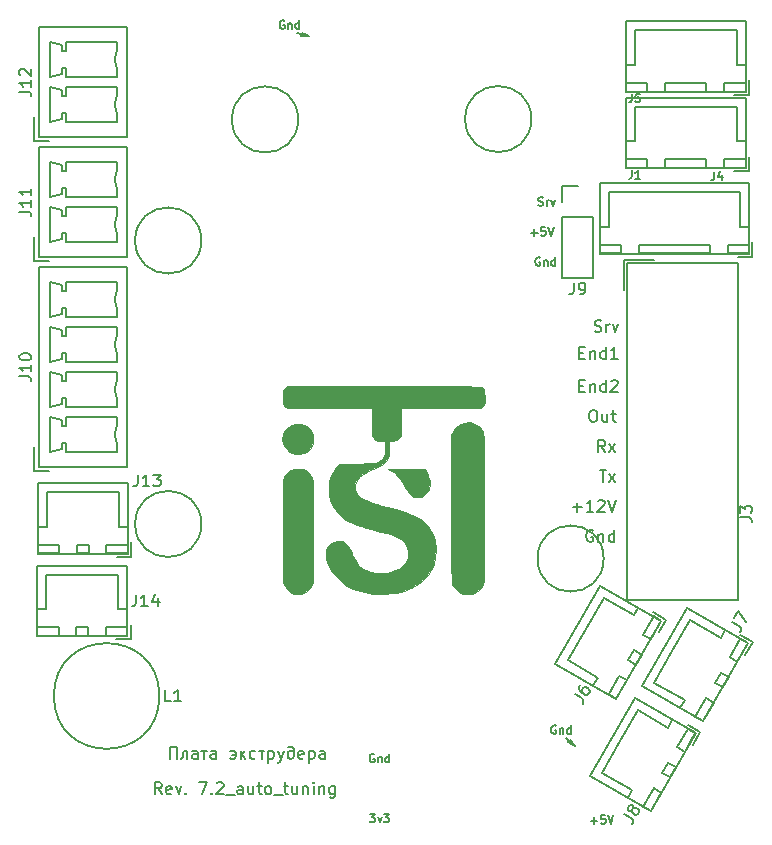
<source format=gto>
G04 #@! TF.GenerationSoftware,KiCad,Pcbnew,(5.1.4)-1*
G04 #@! TF.CreationDate,2019-11-18T10:56:31+03:00*
G04 #@! TF.ProjectId,123,3132332e-6b69-4636-9164-5f7063625858,rev?*
G04 #@! TF.SameCoordinates,Original*
G04 #@! TF.FileFunction,Legend,Top*
G04 #@! TF.FilePolarity,Positive*
%FSLAX46Y46*%
G04 Gerber Fmt 4.6, Leading zero omitted, Abs format (unit mm)*
G04 Created by KiCad (PCBNEW (5.1.4)-1) date 2019-11-18 10:56:31*
%MOMM*%
%LPD*%
G04 APERTURE LIST*
%ADD10C,0.150000*%
%ADD11C,0.010000*%
%ADD12C,0.120000*%
%ADD13R,1.902000X1.902000*%
%ADD14C,1.902000*%
%ADD15C,1.542000*%
%ADD16C,2.702000*%
%ADD17R,1.802000X1.802000*%
%ADD18O,1.802000X1.802000*%
%ADD19C,1.102000*%
%ADD20O,1.802000X2.052000*%
%ADD21C,0.100000*%
%ADD22C,1.802000*%
%ADD23O,1.829200X1.829200*%
%ADD24R,1.829200X1.829200*%
%ADD25O,1.802000X2.102000*%
%ADD26C,1.802000*%
%ADD27O,3.702000X1.902000*%
G04 APERTURE END LIST*
D10*
X30744000Y-57615000D02*
G75*
G03X30744000Y-57615000I-2800000J0D01*
G01*
X59431833Y-35083000D02*
X59365166Y-35049666D01*
X59265166Y-35049666D01*
X59165166Y-35083000D01*
X59098500Y-35149666D01*
X59065166Y-35216333D01*
X59031833Y-35349666D01*
X59031833Y-35449666D01*
X59065166Y-35583000D01*
X59098500Y-35649666D01*
X59165166Y-35716333D01*
X59265166Y-35749666D01*
X59331833Y-35749666D01*
X59431833Y-35716333D01*
X59465166Y-35683000D01*
X59465166Y-35449666D01*
X59331833Y-35449666D01*
X59765166Y-35283000D02*
X59765166Y-35749666D01*
X59765166Y-35349666D02*
X59798500Y-35316333D01*
X59865166Y-35283000D01*
X59965166Y-35283000D01*
X60031833Y-35316333D01*
X60065166Y-35383000D01*
X60065166Y-35749666D01*
X60698500Y-35749666D02*
X60698500Y-35049666D01*
X60698500Y-35716333D02*
X60631833Y-35749666D01*
X60498500Y-35749666D01*
X60431833Y-35716333D01*
X60398500Y-35683000D01*
X60365166Y-35616333D01*
X60365166Y-35416333D01*
X60398500Y-35349666D01*
X60431833Y-35316333D01*
X60498500Y-35283000D01*
X60631833Y-35283000D01*
X60698500Y-35316333D01*
X59285833Y-30636333D02*
X59385833Y-30669666D01*
X59552500Y-30669666D01*
X59619166Y-30636333D01*
X59652500Y-30603000D01*
X59685833Y-30536333D01*
X59685833Y-30469666D01*
X59652500Y-30403000D01*
X59619166Y-30369666D01*
X59552500Y-30336333D01*
X59419166Y-30303000D01*
X59352500Y-30269666D01*
X59319166Y-30236333D01*
X59285833Y-30169666D01*
X59285833Y-30103000D01*
X59319166Y-30036333D01*
X59352500Y-30003000D01*
X59419166Y-29969666D01*
X59585833Y-29969666D01*
X59685833Y-30003000D01*
X59985833Y-30669666D02*
X59985833Y-30203000D01*
X59985833Y-30336333D02*
X60019166Y-30269666D01*
X60052500Y-30236333D01*
X60119166Y-30203000D01*
X60185833Y-30203000D01*
X60352500Y-30203000D02*
X60519166Y-30669666D01*
X60685833Y-30203000D01*
X58684166Y-32943000D02*
X59217500Y-32943000D01*
X58950833Y-33209666D02*
X58950833Y-32676333D01*
X59884166Y-32509666D02*
X59550833Y-32509666D01*
X59517500Y-32843000D01*
X59550833Y-32809666D01*
X59617500Y-32776333D01*
X59784166Y-32776333D01*
X59850833Y-32809666D01*
X59884166Y-32843000D01*
X59917500Y-32909666D01*
X59917500Y-33076333D01*
X59884166Y-33143000D01*
X59850833Y-33176333D01*
X59784166Y-33209666D01*
X59617500Y-33209666D01*
X59550833Y-33176333D01*
X59517500Y-33143000D01*
X60117500Y-32509666D02*
X60350833Y-33209666D01*
X60584166Y-32509666D01*
X37777000Y-15017000D02*
X37710333Y-14983666D01*
X37610333Y-14983666D01*
X37510333Y-15017000D01*
X37443666Y-15083666D01*
X37410333Y-15150333D01*
X37377000Y-15283666D01*
X37377000Y-15383666D01*
X37410333Y-15517000D01*
X37443666Y-15583666D01*
X37510333Y-15650333D01*
X37610333Y-15683666D01*
X37677000Y-15683666D01*
X37777000Y-15650333D01*
X37810333Y-15617000D01*
X37810333Y-15383666D01*
X37677000Y-15383666D01*
X38110333Y-15217000D02*
X38110333Y-15683666D01*
X38110333Y-15283666D02*
X38143666Y-15250333D01*
X38210333Y-15217000D01*
X38310333Y-15217000D01*
X38377000Y-15250333D01*
X38410333Y-15317000D01*
X38410333Y-15683666D01*
X39043666Y-15683666D02*
X39043666Y-14983666D01*
X39043666Y-15650333D02*
X38977000Y-15683666D01*
X38843666Y-15683666D01*
X38777000Y-15650333D01*
X38743666Y-15617000D01*
X38710333Y-15550333D01*
X38710333Y-15350333D01*
X38743666Y-15283666D01*
X38777000Y-15250333D01*
X38843666Y-15217000D01*
X38977000Y-15217000D01*
X39043666Y-15250333D01*
X39214749Y-16277822D02*
X39860986Y-16319500D01*
X39280493Y-16032477D02*
X39214749Y-16277822D01*
X38879600Y-16056539D02*
X39860986Y-16319500D01*
X39860986Y-16319500D02*
X39280493Y-16032477D01*
X60764000Y-74707000D02*
X60697333Y-74673666D01*
X60597333Y-74673666D01*
X60497333Y-74707000D01*
X60430666Y-74773666D01*
X60397333Y-74840333D01*
X60364000Y-74973666D01*
X60364000Y-75073666D01*
X60397333Y-75207000D01*
X60430666Y-75273666D01*
X60497333Y-75340333D01*
X60597333Y-75373666D01*
X60664000Y-75373666D01*
X60764000Y-75340333D01*
X60797333Y-75307000D01*
X60797333Y-75073666D01*
X60664000Y-75073666D01*
X61097333Y-74907000D02*
X61097333Y-75373666D01*
X61097333Y-74973666D02*
X61130666Y-74940333D01*
X61197333Y-74907000D01*
X61297333Y-74907000D01*
X61364000Y-74940333D01*
X61397333Y-75007000D01*
X61397333Y-75373666D01*
X62030666Y-75373666D02*
X62030666Y-74673666D01*
X62030666Y-75340333D02*
X61964000Y-75373666D01*
X61830666Y-75373666D01*
X61764000Y-75340333D01*
X61730666Y-75307000D01*
X61697333Y-75240333D01*
X61697333Y-75040333D01*
X61730666Y-74973666D01*
X61764000Y-74940333D01*
X61830666Y-74907000D01*
X61964000Y-74907000D01*
X62030666Y-74940333D01*
X62357000Y-76454000D02*
X61997790Y-75915185D01*
X61818182Y-76094788D02*
X62357000Y-76454000D01*
X61997790Y-75915185D02*
X61818182Y-76094788D01*
X61638579Y-75735579D02*
X62357000Y-76454000D01*
X63743000Y-82727000D02*
X64276333Y-82727000D01*
X64009666Y-82993666D02*
X64009666Y-82460333D01*
X64943000Y-82293666D02*
X64609666Y-82293666D01*
X64576333Y-82627000D01*
X64609666Y-82593666D01*
X64676333Y-82560333D01*
X64843000Y-82560333D01*
X64909666Y-82593666D01*
X64943000Y-82627000D01*
X64976333Y-82693666D01*
X64976333Y-82860333D01*
X64943000Y-82927000D01*
X64909666Y-82960333D01*
X64843000Y-82993666D01*
X64676333Y-82993666D01*
X64609666Y-82960333D01*
X64576333Y-82927000D01*
X65176333Y-82293666D02*
X65409666Y-82993666D01*
X65643000Y-82293666D01*
X45397000Y-77120000D02*
X45330333Y-77086666D01*
X45230333Y-77086666D01*
X45130333Y-77120000D01*
X45063666Y-77186666D01*
X45030333Y-77253333D01*
X44997000Y-77386666D01*
X44997000Y-77486666D01*
X45030333Y-77620000D01*
X45063666Y-77686666D01*
X45130333Y-77753333D01*
X45230333Y-77786666D01*
X45297000Y-77786666D01*
X45397000Y-77753333D01*
X45430333Y-77720000D01*
X45430333Y-77486666D01*
X45297000Y-77486666D01*
X45730333Y-77320000D02*
X45730333Y-77786666D01*
X45730333Y-77386666D02*
X45763666Y-77353333D01*
X45830333Y-77320000D01*
X45930333Y-77320000D01*
X45997000Y-77353333D01*
X46030333Y-77420000D01*
X46030333Y-77786666D01*
X46663666Y-77786666D02*
X46663666Y-77086666D01*
X46663666Y-77753333D02*
X46597000Y-77786666D01*
X46463666Y-77786666D01*
X46397000Y-77753333D01*
X46363666Y-77720000D01*
X46330333Y-77653333D01*
X46330333Y-77453333D01*
X46363666Y-77386666D01*
X46397000Y-77353333D01*
X46463666Y-77320000D01*
X46597000Y-77320000D01*
X46663666Y-77353333D01*
X45013666Y-82166666D02*
X45447000Y-82166666D01*
X45213666Y-82433333D01*
X45313666Y-82433333D01*
X45380333Y-82466666D01*
X45413666Y-82500000D01*
X45447000Y-82566666D01*
X45447000Y-82733333D01*
X45413666Y-82800000D01*
X45380333Y-82833333D01*
X45313666Y-82866666D01*
X45113666Y-82866666D01*
X45047000Y-82833333D01*
X45013666Y-82800000D01*
X45680333Y-82400000D02*
X45847000Y-82866666D01*
X46013666Y-82400000D01*
X46213666Y-82166666D02*
X46647000Y-82166666D01*
X46413666Y-82433333D01*
X46513666Y-82433333D01*
X46580333Y-82466666D01*
X46613666Y-82500000D01*
X46647000Y-82566666D01*
X46647000Y-82733333D01*
X46613666Y-82800000D01*
X46580333Y-82833333D01*
X46513666Y-82866666D01*
X46313666Y-82866666D01*
X46247000Y-82833333D01*
X46213666Y-82800000D01*
X64053642Y-41298761D02*
X64196500Y-41346380D01*
X64434595Y-41346380D01*
X64529833Y-41298761D01*
X64577452Y-41251142D01*
X64625071Y-41155904D01*
X64625071Y-41060666D01*
X64577452Y-40965428D01*
X64529833Y-40917809D01*
X64434595Y-40870190D01*
X64244119Y-40822571D01*
X64148880Y-40774952D01*
X64101261Y-40727333D01*
X64053642Y-40632095D01*
X64053642Y-40536857D01*
X64101261Y-40441619D01*
X64148880Y-40394000D01*
X64244119Y-40346380D01*
X64482214Y-40346380D01*
X64625071Y-40394000D01*
X65053642Y-41346380D02*
X65053642Y-40679714D01*
X65053642Y-40870190D02*
X65101261Y-40774952D01*
X65148880Y-40727333D01*
X65244119Y-40679714D01*
X65339357Y-40679714D01*
X65577452Y-40679714D02*
X65815547Y-41346380D01*
X66053642Y-40679714D01*
X62767928Y-43108571D02*
X63101261Y-43108571D01*
X63244119Y-43632380D02*
X62767928Y-43632380D01*
X62767928Y-42632380D01*
X63244119Y-42632380D01*
X63672690Y-42965714D02*
X63672690Y-43632380D01*
X63672690Y-43060952D02*
X63720309Y-43013333D01*
X63815547Y-42965714D01*
X63958404Y-42965714D01*
X64053642Y-43013333D01*
X64101261Y-43108571D01*
X64101261Y-43632380D01*
X65006023Y-43632380D02*
X65006023Y-42632380D01*
X65006023Y-43584761D02*
X64910785Y-43632380D01*
X64720309Y-43632380D01*
X64625071Y-43584761D01*
X64577452Y-43537142D01*
X64529833Y-43441904D01*
X64529833Y-43156190D01*
X64577452Y-43060952D01*
X64625071Y-43013333D01*
X64720309Y-42965714D01*
X64910785Y-42965714D01*
X65006023Y-43013333D01*
X66006023Y-43632380D02*
X65434595Y-43632380D01*
X65720309Y-43632380D02*
X65720309Y-42632380D01*
X65625071Y-42775238D01*
X65529833Y-42870476D01*
X65434595Y-42918095D01*
X62767928Y-45902571D02*
X63101261Y-45902571D01*
X63244119Y-46426380D02*
X62767928Y-46426380D01*
X62767928Y-45426380D01*
X63244119Y-45426380D01*
X63672690Y-45759714D02*
X63672690Y-46426380D01*
X63672690Y-45854952D02*
X63720309Y-45807333D01*
X63815547Y-45759714D01*
X63958404Y-45759714D01*
X64053642Y-45807333D01*
X64101261Y-45902571D01*
X64101261Y-46426380D01*
X65006023Y-46426380D02*
X65006023Y-45426380D01*
X65006023Y-46378761D02*
X64910785Y-46426380D01*
X64720309Y-46426380D01*
X64625071Y-46378761D01*
X64577452Y-46331142D01*
X64529833Y-46235904D01*
X64529833Y-45950190D01*
X64577452Y-45854952D01*
X64625071Y-45807333D01*
X64720309Y-45759714D01*
X64910785Y-45759714D01*
X65006023Y-45807333D01*
X65434595Y-45521619D02*
X65482214Y-45474000D01*
X65577452Y-45426380D01*
X65815547Y-45426380D01*
X65910785Y-45474000D01*
X65958404Y-45521619D01*
X66006023Y-45616857D01*
X66006023Y-45712095D01*
X65958404Y-45854952D01*
X65386976Y-46426380D01*
X66006023Y-46426380D01*
X63847261Y-47966380D02*
X64037738Y-47966380D01*
X64132976Y-48014000D01*
X64228214Y-48109238D01*
X64275833Y-48299714D01*
X64275833Y-48633047D01*
X64228214Y-48823523D01*
X64132976Y-48918761D01*
X64037738Y-48966380D01*
X63847261Y-48966380D01*
X63752023Y-48918761D01*
X63656785Y-48823523D01*
X63609166Y-48633047D01*
X63609166Y-48299714D01*
X63656785Y-48109238D01*
X63752023Y-48014000D01*
X63847261Y-47966380D01*
X65132976Y-48299714D02*
X65132976Y-48966380D01*
X64704404Y-48299714D02*
X64704404Y-48823523D01*
X64752023Y-48918761D01*
X64847261Y-48966380D01*
X64990119Y-48966380D01*
X65085357Y-48918761D01*
X65132976Y-48871142D01*
X65466309Y-48299714D02*
X65847261Y-48299714D01*
X65609166Y-47966380D02*
X65609166Y-48823523D01*
X65656785Y-48918761D01*
X65752023Y-48966380D01*
X65847261Y-48966380D01*
X64942500Y-51506380D02*
X64609166Y-51030190D01*
X64371071Y-51506380D02*
X64371071Y-50506380D01*
X64752023Y-50506380D01*
X64847261Y-50554000D01*
X64894880Y-50601619D01*
X64942500Y-50696857D01*
X64942500Y-50839714D01*
X64894880Y-50934952D01*
X64847261Y-50982571D01*
X64752023Y-51030190D01*
X64371071Y-51030190D01*
X65275833Y-51506380D02*
X65799642Y-50839714D01*
X65275833Y-50839714D02*
X65799642Y-51506380D01*
X64466309Y-53046380D02*
X65037738Y-53046380D01*
X64752023Y-54046380D02*
X64752023Y-53046380D01*
X65275833Y-54046380D02*
X65799642Y-53379714D01*
X65275833Y-53379714D02*
X65799642Y-54046380D01*
X62180595Y-56205428D02*
X62942500Y-56205428D01*
X62561547Y-56586380D02*
X62561547Y-55824476D01*
X63942500Y-56586380D02*
X63371071Y-56586380D01*
X63656785Y-56586380D02*
X63656785Y-55586380D01*
X63561547Y-55729238D01*
X63466309Y-55824476D01*
X63371071Y-55872095D01*
X64323452Y-55681619D02*
X64371071Y-55634000D01*
X64466309Y-55586380D01*
X64704404Y-55586380D01*
X64799642Y-55634000D01*
X64847261Y-55681619D01*
X64894880Y-55776857D01*
X64894880Y-55872095D01*
X64847261Y-56014952D01*
X64275833Y-56586380D01*
X64894880Y-56586380D01*
X65180595Y-55586380D02*
X65513928Y-56586380D01*
X65847261Y-55586380D01*
X63894880Y-58174000D02*
X63799642Y-58126380D01*
X63656785Y-58126380D01*
X63513928Y-58174000D01*
X63418690Y-58269238D01*
X63371071Y-58364476D01*
X63323452Y-58554952D01*
X63323452Y-58697809D01*
X63371071Y-58888285D01*
X63418690Y-58983523D01*
X63513928Y-59078761D01*
X63656785Y-59126380D01*
X63752023Y-59126380D01*
X63894880Y-59078761D01*
X63942500Y-59031142D01*
X63942500Y-58697809D01*
X63752023Y-58697809D01*
X64371071Y-58459714D02*
X64371071Y-59126380D01*
X64371071Y-58554952D02*
X64418690Y-58507333D01*
X64513928Y-58459714D01*
X64656785Y-58459714D01*
X64752023Y-58507333D01*
X64799642Y-58602571D01*
X64799642Y-59126380D01*
X65704404Y-59126380D02*
X65704404Y-58126380D01*
X65704404Y-59078761D02*
X65609166Y-59126380D01*
X65418690Y-59126380D01*
X65323452Y-59078761D01*
X65275833Y-59031142D01*
X65228214Y-58935904D01*
X65228214Y-58650190D01*
X65275833Y-58554952D01*
X65323452Y-58507333D01*
X65418690Y-58459714D01*
X65609166Y-58459714D01*
X65704404Y-58507333D01*
X64817000Y-60540000D02*
G75*
G03X64817000Y-60540000I-2800000J0D01*
G01*
X30744000Y-33612000D02*
G75*
G03X30744000Y-33612000I-2800000J0D01*
G01*
X58687000Y-23330000D02*
G75*
G03X58687000Y-23330000I-2800000J0D01*
G01*
X38947000Y-23362000D02*
G75*
G03X38947000Y-23362000I-2800000J0D01*
G01*
D11*
G36*
X39413303Y-49204627D02*
G01*
X39699055Y-49339097D01*
X39940151Y-49541449D01*
X40115059Y-49800779D01*
X40207952Y-50091846D01*
X40235180Y-50420352D01*
X40196809Y-50746268D01*
X40113054Y-50990561D01*
X39924151Y-51270024D01*
X39669643Y-51481321D01*
X39363743Y-51619153D01*
X39020664Y-51678219D01*
X38654617Y-51653217D01*
X38462715Y-51606096D01*
X38215267Y-51488120D01*
X37985625Y-51303980D01*
X37800148Y-51080243D01*
X37685195Y-50843479D01*
X37677074Y-50814198D01*
X37620457Y-50430109D01*
X37655662Y-50086692D01*
X37783592Y-49779272D01*
X37910653Y-49603783D01*
X38164276Y-49376013D01*
X38458380Y-49223734D01*
X38775937Y-49145424D01*
X39099921Y-49139563D01*
X39413303Y-49204627D01*
X39413303Y-49204627D01*
G37*
X39413303Y-49204627D02*
X39699055Y-49339097D01*
X39940151Y-49541449D01*
X40115059Y-49800779D01*
X40207952Y-50091846D01*
X40235180Y-50420352D01*
X40196809Y-50746268D01*
X40113054Y-50990561D01*
X39924151Y-51270024D01*
X39669643Y-51481321D01*
X39363743Y-51619153D01*
X39020664Y-51678219D01*
X38654617Y-51653217D01*
X38462715Y-51606096D01*
X38215267Y-51488120D01*
X37985625Y-51303980D01*
X37800148Y-51080243D01*
X37685195Y-50843479D01*
X37677074Y-50814198D01*
X37620457Y-50430109D01*
X37655662Y-50086692D01*
X37783592Y-49779272D01*
X37910653Y-49603783D01*
X38164276Y-49376013D01*
X38458380Y-49223734D01*
X38775937Y-49145424D01*
X39099921Y-49139563D01*
X39413303Y-49204627D01*
G36*
X49821898Y-53200300D02*
G01*
X49985033Y-53568612D01*
X50081350Y-53935547D01*
X50108357Y-54281860D01*
X50063560Y-54588309D01*
X50017687Y-54711600D01*
X49887360Y-54920822D01*
X49710169Y-55112548D01*
X49518410Y-55254415D01*
X49437792Y-55292684D01*
X49242889Y-55334724D01*
X49006662Y-55342353D01*
X48776236Y-55317140D01*
X48607306Y-55265032D01*
X48471675Y-55161384D01*
X48310062Y-54977468D01*
X48133302Y-54727710D01*
X47952231Y-54426538D01*
X47886436Y-54305200D01*
X47739296Y-54064277D01*
X47548171Y-53805850D01*
X47333684Y-53553367D01*
X47116461Y-53330275D01*
X46917126Y-53160022D01*
X46825582Y-53099114D01*
X46583600Y-52959829D01*
X48137626Y-52959414D01*
X49691652Y-52959000D01*
X49821898Y-53200300D01*
X49821898Y-53200300D01*
G37*
X49821898Y-53200300D02*
X49985033Y-53568612D01*
X50081350Y-53935547D01*
X50108357Y-54281860D01*
X50063560Y-54588309D01*
X50017687Y-54711600D01*
X49887360Y-54920822D01*
X49710169Y-55112548D01*
X49518410Y-55254415D01*
X49437792Y-55292684D01*
X49242889Y-55334724D01*
X49006662Y-55342353D01*
X48776236Y-55317140D01*
X48607306Y-55265032D01*
X48471675Y-55161384D01*
X48310062Y-54977468D01*
X48133302Y-54727710D01*
X47952231Y-54426538D01*
X47886436Y-54305200D01*
X47739296Y-54064277D01*
X47548171Y-53805850D01*
X47333684Y-53553367D01*
X47116461Y-53330275D01*
X46917126Y-53160022D01*
X46825582Y-53099114D01*
X46583600Y-52959829D01*
X48137626Y-52959414D01*
X49691652Y-52959000D01*
X49821898Y-53200300D01*
G36*
X49112139Y-45948469D02*
G01*
X49917668Y-45948767D01*
X50640017Y-45949487D01*
X51283788Y-45950778D01*
X51853588Y-45952791D01*
X52354019Y-45955676D01*
X52789688Y-45959582D01*
X53165199Y-45964660D01*
X53485155Y-45971061D01*
X53754162Y-45978933D01*
X53976825Y-45988428D01*
X54157748Y-45999696D01*
X54301535Y-46012886D01*
X54412792Y-46028149D01*
X54496123Y-46045634D01*
X54556132Y-46065493D01*
X54597424Y-46087875D01*
X54624603Y-46112930D01*
X54642275Y-46140808D01*
X54655044Y-46171660D01*
X54667514Y-46205635D01*
X54676309Y-46226580D01*
X54703498Y-46338902D01*
X54723869Y-46528585D01*
X54735296Y-46771497D01*
X54737000Y-46915388D01*
X54735853Y-47160664D01*
X54729226Y-47327619D01*
X54712337Y-47439530D01*
X54680404Y-47519672D01*
X54628647Y-47591322D01*
X54588789Y-47636898D01*
X54440578Y-47802800D01*
X47675800Y-47830988D01*
X47675800Y-48965082D01*
X47675401Y-49333786D01*
X47673355Y-49615277D01*
X47668387Y-49823941D01*
X47659219Y-49974163D01*
X47644576Y-50080329D01*
X47623182Y-50156825D01*
X47593762Y-50218037D01*
X47559975Y-50271047D01*
X47416374Y-50435977D01*
X47242634Y-50530809D01*
X47011298Y-50568530D01*
X46926500Y-50570651D01*
X46659800Y-50571400D01*
X46659800Y-51208423D01*
X46657159Y-51493034D01*
X46647502Y-51698277D01*
X46628226Y-51846285D01*
X46596730Y-51959195D01*
X46562481Y-52036207D01*
X46374089Y-52303169D01*
X46093822Y-52553398D01*
X45730866Y-52780595D01*
X45294409Y-52978465D01*
X45072231Y-53057658D01*
X44741677Y-53202407D01*
X44406424Y-53411541D01*
X44106543Y-53658244D01*
X43982871Y-53786752D01*
X43806670Y-54057157D01*
X43726209Y-54347194D01*
X43741110Y-54643565D01*
X43850998Y-54932972D01*
X44021949Y-55166984D01*
X44150499Y-55294481D01*
X44292953Y-55408129D01*
X44460360Y-55512405D01*
X44663768Y-55611785D01*
X44914228Y-55710746D01*
X45222787Y-55813763D01*
X45600494Y-55925314D01*
X46058400Y-56049874D01*
X46456600Y-56153370D01*
X46804021Y-56245061D01*
X47159069Y-56343353D01*
X47494383Y-56440352D01*
X47782606Y-56528166D01*
X47976729Y-56591981D01*
X48610971Y-56842398D01*
X49150257Y-57120599D01*
X49598627Y-57431520D01*
X49960124Y-57780096D01*
X50238787Y-58171261D01*
X50438657Y-58609951D01*
X50563777Y-59101099D01*
X50618185Y-59649642D01*
X50621317Y-59821573D01*
X50575620Y-60419509D01*
X50438919Y-60977245D01*
X50215148Y-61490764D01*
X49908244Y-61956047D01*
X49522141Y-62369077D01*
X49060775Y-62725835D01*
X48528082Y-63022303D01*
X47927995Y-63254463D01*
X47264451Y-63418296D01*
X47066200Y-63451624D01*
X46772651Y-63484231D01*
X46414717Y-63505809D01*
X46023877Y-63516109D01*
X45631615Y-63514881D01*
X45269410Y-63501876D01*
X44968744Y-63476845D01*
X44907200Y-63468725D01*
X44215433Y-63326734D01*
X43589602Y-63111884D01*
X43032386Y-62825355D01*
X42546462Y-62468328D01*
X42459935Y-62390309D01*
X42113312Y-62027200D01*
X41822846Y-61641779D01*
X41592398Y-61245484D01*
X41425829Y-60849749D01*
X41327000Y-60466013D01*
X41299774Y-60105710D01*
X41348012Y-59780277D01*
X41475575Y-59501150D01*
X41481479Y-59492425D01*
X41690681Y-59263716D01*
X41948533Y-59122291D01*
X42239565Y-59064881D01*
X42472255Y-59060256D01*
X42668087Y-59089804D01*
X42838254Y-59163357D01*
X42993948Y-59290747D01*
X43146359Y-59481805D01*
X43306682Y-59746363D01*
X43486107Y-60094254D01*
X43541682Y-60208741D01*
X43741990Y-60599079D01*
X43931468Y-60906264D01*
X44123414Y-61145836D01*
X44331130Y-61333337D01*
X44567914Y-61484305D01*
X44683050Y-61542366D01*
X45099132Y-61690669D01*
X45560274Y-61771781D01*
X46042441Y-61787003D01*
X46521599Y-61737636D01*
X46973714Y-61624981D01*
X47374750Y-61450337D01*
X47473296Y-61391353D01*
X47811248Y-61124861D01*
X48059839Y-60818755D01*
X48216199Y-60478325D01*
X48277460Y-60108861D01*
X48271870Y-59918574D01*
X48194745Y-59562539D01*
X48029756Y-59255397D01*
X47833702Y-59040614D01*
X47681577Y-58915211D01*
X47513023Y-58803328D01*
X47315501Y-58700088D01*
X47076472Y-58600612D01*
X46783397Y-58500023D01*
X46423737Y-58393440D01*
X45984954Y-58275987D01*
X45650984Y-58191404D01*
X45115850Y-58053928D01*
X44662691Y-57927701D01*
X44273359Y-57806713D01*
X43929705Y-57684953D01*
X43613582Y-57556413D01*
X43307000Y-57415158D01*
X43042960Y-57280756D01*
X42838485Y-57157827D01*
X42658336Y-57021310D01*
X42467274Y-56846144D01*
X42366898Y-56746574D01*
X42042182Y-56378070D01*
X41803937Y-56005441D01*
X41645133Y-55609832D01*
X41558740Y-55172383D01*
X41537729Y-54674235D01*
X41542050Y-54533800D01*
X41601796Y-54007205D01*
X41737440Y-53535980D01*
X41956642Y-53100221D01*
X42245860Y-52705000D01*
X42395588Y-52527200D01*
X43905394Y-52501800D01*
X44336565Y-52494374D01*
X44678975Y-52487479D01*
X44945452Y-52479969D01*
X45148821Y-52470698D01*
X45301909Y-52458521D01*
X45417541Y-52442292D01*
X45508543Y-52420866D01*
X45587743Y-52393097D01*
X45667965Y-52357840D01*
X45703597Y-52341205D01*
X45936284Y-52204708D01*
X46102396Y-52036523D01*
X46135397Y-51989557D01*
X46197283Y-51889388D01*
X46239157Y-51794644D01*
X46265728Y-51681319D01*
X46281708Y-51525404D01*
X46291806Y-51302891D01*
X46295754Y-51172252D01*
X46312708Y-50571400D01*
X45990954Y-50571210D01*
X45749120Y-50555800D01*
X45570523Y-50505099D01*
X45501043Y-50468497D01*
X45405651Y-50402329D01*
X45331584Y-50325532D01*
X45276191Y-50225074D01*
X45236823Y-50087924D01*
X45210829Y-49901051D01*
X45195561Y-49651422D01*
X45188368Y-49326006D01*
X45186600Y-48922031D01*
X45186600Y-47828200D01*
X41694100Y-47827916D01*
X40930932Y-47827063D01*
X40249958Y-47824657D01*
X39653804Y-47820738D01*
X39145094Y-47815342D01*
X38726454Y-47808507D01*
X38400508Y-47800271D01*
X38169882Y-47790672D01*
X38037201Y-47779746D01*
X38012597Y-47775142D01*
X37881482Y-47728808D01*
X37788186Y-47663385D01*
X37726459Y-47562505D01*
X37690053Y-47409802D01*
X37672717Y-47188907D01*
X37668202Y-46883454D01*
X37668200Y-46873188D01*
X37668890Y-46611178D01*
X37673598Y-46430112D01*
X37686274Y-46309332D01*
X37710872Y-46228182D01*
X37751343Y-46166005D01*
X37811640Y-46102146D01*
X37816692Y-46097092D01*
X37965184Y-45948599D01*
X46150415Y-45948599D01*
X47233116Y-45948535D01*
X48218823Y-45948441D01*
X49112139Y-45948469D01*
X49112139Y-45948469D01*
G37*
X49112139Y-45948469D02*
X49917668Y-45948767D01*
X50640017Y-45949487D01*
X51283788Y-45950778D01*
X51853588Y-45952791D01*
X52354019Y-45955676D01*
X52789688Y-45959582D01*
X53165199Y-45964660D01*
X53485155Y-45971061D01*
X53754162Y-45978933D01*
X53976825Y-45988428D01*
X54157748Y-45999696D01*
X54301535Y-46012886D01*
X54412792Y-46028149D01*
X54496123Y-46045634D01*
X54556132Y-46065493D01*
X54597424Y-46087875D01*
X54624603Y-46112930D01*
X54642275Y-46140808D01*
X54655044Y-46171660D01*
X54667514Y-46205635D01*
X54676309Y-46226580D01*
X54703498Y-46338902D01*
X54723869Y-46528585D01*
X54735296Y-46771497D01*
X54737000Y-46915388D01*
X54735853Y-47160664D01*
X54729226Y-47327619D01*
X54712337Y-47439530D01*
X54680404Y-47519672D01*
X54628647Y-47591322D01*
X54588789Y-47636898D01*
X54440578Y-47802800D01*
X47675800Y-47830988D01*
X47675800Y-48965082D01*
X47675401Y-49333786D01*
X47673355Y-49615277D01*
X47668387Y-49823941D01*
X47659219Y-49974163D01*
X47644576Y-50080329D01*
X47623182Y-50156825D01*
X47593762Y-50218037D01*
X47559975Y-50271047D01*
X47416374Y-50435977D01*
X47242634Y-50530809D01*
X47011298Y-50568530D01*
X46926500Y-50570651D01*
X46659800Y-50571400D01*
X46659800Y-51208423D01*
X46657159Y-51493034D01*
X46647502Y-51698277D01*
X46628226Y-51846285D01*
X46596730Y-51959195D01*
X46562481Y-52036207D01*
X46374089Y-52303169D01*
X46093822Y-52553398D01*
X45730866Y-52780595D01*
X45294409Y-52978465D01*
X45072231Y-53057658D01*
X44741677Y-53202407D01*
X44406424Y-53411541D01*
X44106543Y-53658244D01*
X43982871Y-53786752D01*
X43806670Y-54057157D01*
X43726209Y-54347194D01*
X43741110Y-54643565D01*
X43850998Y-54932972D01*
X44021949Y-55166984D01*
X44150499Y-55294481D01*
X44292953Y-55408129D01*
X44460360Y-55512405D01*
X44663768Y-55611785D01*
X44914228Y-55710746D01*
X45222787Y-55813763D01*
X45600494Y-55925314D01*
X46058400Y-56049874D01*
X46456600Y-56153370D01*
X46804021Y-56245061D01*
X47159069Y-56343353D01*
X47494383Y-56440352D01*
X47782606Y-56528166D01*
X47976729Y-56591981D01*
X48610971Y-56842398D01*
X49150257Y-57120599D01*
X49598627Y-57431520D01*
X49960124Y-57780096D01*
X50238787Y-58171261D01*
X50438657Y-58609951D01*
X50563777Y-59101099D01*
X50618185Y-59649642D01*
X50621317Y-59821573D01*
X50575620Y-60419509D01*
X50438919Y-60977245D01*
X50215148Y-61490764D01*
X49908244Y-61956047D01*
X49522141Y-62369077D01*
X49060775Y-62725835D01*
X48528082Y-63022303D01*
X47927995Y-63254463D01*
X47264451Y-63418296D01*
X47066200Y-63451624D01*
X46772651Y-63484231D01*
X46414717Y-63505809D01*
X46023877Y-63516109D01*
X45631615Y-63514881D01*
X45269410Y-63501876D01*
X44968744Y-63476845D01*
X44907200Y-63468725D01*
X44215433Y-63326734D01*
X43589602Y-63111884D01*
X43032386Y-62825355D01*
X42546462Y-62468328D01*
X42459935Y-62390309D01*
X42113312Y-62027200D01*
X41822846Y-61641779D01*
X41592398Y-61245484D01*
X41425829Y-60849749D01*
X41327000Y-60466013D01*
X41299774Y-60105710D01*
X41348012Y-59780277D01*
X41475575Y-59501150D01*
X41481479Y-59492425D01*
X41690681Y-59263716D01*
X41948533Y-59122291D01*
X42239565Y-59064881D01*
X42472255Y-59060256D01*
X42668087Y-59089804D01*
X42838254Y-59163357D01*
X42993948Y-59290747D01*
X43146359Y-59481805D01*
X43306682Y-59746363D01*
X43486107Y-60094254D01*
X43541682Y-60208741D01*
X43741990Y-60599079D01*
X43931468Y-60906264D01*
X44123414Y-61145836D01*
X44331130Y-61333337D01*
X44567914Y-61484305D01*
X44683050Y-61542366D01*
X45099132Y-61690669D01*
X45560274Y-61771781D01*
X46042441Y-61787003D01*
X46521599Y-61737636D01*
X46973714Y-61624981D01*
X47374750Y-61450337D01*
X47473296Y-61391353D01*
X47811248Y-61124861D01*
X48059839Y-60818755D01*
X48216199Y-60478325D01*
X48277460Y-60108861D01*
X48271870Y-59918574D01*
X48194745Y-59562539D01*
X48029756Y-59255397D01*
X47833702Y-59040614D01*
X47681577Y-58915211D01*
X47513023Y-58803328D01*
X47315501Y-58700088D01*
X47076472Y-58600612D01*
X46783397Y-58500023D01*
X46423737Y-58393440D01*
X45984954Y-58275987D01*
X45650984Y-58191404D01*
X45115850Y-58053928D01*
X44662691Y-57927701D01*
X44273359Y-57806713D01*
X43929705Y-57684953D01*
X43613582Y-57556413D01*
X43307000Y-57415158D01*
X43042960Y-57280756D01*
X42838485Y-57157827D01*
X42658336Y-57021310D01*
X42467274Y-56846144D01*
X42366898Y-56746574D01*
X42042182Y-56378070D01*
X41803937Y-56005441D01*
X41645133Y-55609832D01*
X41558740Y-55172383D01*
X41537729Y-54674235D01*
X41542050Y-54533800D01*
X41601796Y-54007205D01*
X41737440Y-53535980D01*
X41956642Y-53100221D01*
X42245860Y-52705000D01*
X42395588Y-52527200D01*
X43905394Y-52501800D01*
X44336565Y-52494374D01*
X44678975Y-52487479D01*
X44945452Y-52479969D01*
X45148821Y-52470698D01*
X45301909Y-52458521D01*
X45417541Y-52442292D01*
X45508543Y-52420866D01*
X45587743Y-52393097D01*
X45667965Y-52357840D01*
X45703597Y-52341205D01*
X45936284Y-52204708D01*
X46102396Y-52036523D01*
X46135397Y-51989557D01*
X46197283Y-51889388D01*
X46239157Y-51794644D01*
X46265728Y-51681319D01*
X46281708Y-51525404D01*
X46291806Y-51302891D01*
X46295754Y-51172252D01*
X46312708Y-50571400D01*
X45990954Y-50571210D01*
X45749120Y-50555800D01*
X45570523Y-50505099D01*
X45501043Y-50468497D01*
X45405651Y-50402329D01*
X45331584Y-50325532D01*
X45276191Y-50225074D01*
X45236823Y-50087924D01*
X45210829Y-49901051D01*
X45195561Y-49651422D01*
X45188368Y-49326006D01*
X45186600Y-48922031D01*
X45186600Y-47828200D01*
X41694100Y-47827916D01*
X40930932Y-47827063D01*
X40249958Y-47824657D01*
X39653804Y-47820738D01*
X39145094Y-47815342D01*
X38726454Y-47808507D01*
X38400508Y-47800271D01*
X38169882Y-47790672D01*
X38037201Y-47779746D01*
X38012597Y-47775142D01*
X37881482Y-47728808D01*
X37788186Y-47663385D01*
X37726459Y-47562505D01*
X37690053Y-47409802D01*
X37672717Y-47188907D01*
X37668202Y-46883454D01*
X37668200Y-46873188D01*
X37668890Y-46611178D01*
X37673598Y-46430112D01*
X37686274Y-46309332D01*
X37710872Y-46228182D01*
X37751343Y-46166005D01*
X37811640Y-46102146D01*
X37816692Y-46097092D01*
X37965184Y-45948599D01*
X46150415Y-45948599D01*
X47233116Y-45948535D01*
X48218823Y-45948441D01*
X49112139Y-45948469D01*
G36*
X53738607Y-49064777D02*
G01*
X54044000Y-49200933D01*
X54312314Y-49418804D01*
X54354155Y-49465413D01*
X54406520Y-49524578D01*
X54453522Y-49576902D01*
X54495452Y-49627892D01*
X54532596Y-49683055D01*
X54565245Y-49747897D01*
X54593686Y-49827926D01*
X54618207Y-49928647D01*
X54639099Y-50055569D01*
X54656648Y-50214197D01*
X54671144Y-50410038D01*
X54682876Y-50648600D01*
X54692131Y-50935388D01*
X54699199Y-51275910D01*
X54704367Y-51675673D01*
X54707926Y-52140183D01*
X54710162Y-52674946D01*
X54711365Y-53285471D01*
X54711823Y-53977263D01*
X54711826Y-54755829D01*
X54711660Y-55626676D01*
X54711600Y-56286400D01*
X54711766Y-57228748D01*
X54712035Y-58074974D01*
X54712064Y-58830557D01*
X54711507Y-59500974D01*
X54710021Y-60091702D01*
X54707262Y-60608220D01*
X54702885Y-61056003D01*
X54696546Y-61440531D01*
X54687901Y-61767281D01*
X54676606Y-62041730D01*
X54662316Y-62269356D01*
X54644688Y-62455637D01*
X54623378Y-62606050D01*
X54598040Y-62726072D01*
X54568331Y-62821182D01*
X54533908Y-62896857D01*
X54494424Y-62958575D01*
X54449537Y-63011813D01*
X54398903Y-63062049D01*
X54342176Y-63114760D01*
X54279013Y-63175424D01*
X54278724Y-63175714D01*
X54007181Y-63381052D01*
X53686065Y-63517219D01*
X53342978Y-63577107D01*
X53005523Y-63553606D01*
X52907871Y-63528735D01*
X52583756Y-63378867D01*
X52306249Y-63147905D01*
X52092357Y-62851950D01*
X52013681Y-62682302D01*
X51999336Y-62642081D01*
X51986493Y-62596143D01*
X51975069Y-62538953D01*
X51964980Y-62464973D01*
X51956144Y-62368668D01*
X51948478Y-62244502D01*
X51941900Y-62086938D01*
X51936325Y-61890441D01*
X51931673Y-61649473D01*
X51927859Y-61358500D01*
X51924801Y-61011984D01*
X51922417Y-60604389D01*
X51920622Y-60130180D01*
X51919335Y-59583821D01*
X51918472Y-58959774D01*
X51917951Y-58252504D01*
X51917689Y-57456475D01*
X51917603Y-56566151D01*
X51917600Y-56261000D01*
X51917600Y-50088800D01*
X52037654Y-49823265D01*
X52224249Y-49521852D01*
X52471270Y-49287092D01*
X52762468Y-49121493D01*
X53081590Y-49027568D01*
X53412387Y-49007826D01*
X53738607Y-49064777D01*
X53738607Y-49064777D01*
G37*
X53738607Y-49064777D02*
X54044000Y-49200933D01*
X54312314Y-49418804D01*
X54354155Y-49465413D01*
X54406520Y-49524578D01*
X54453522Y-49576902D01*
X54495452Y-49627892D01*
X54532596Y-49683055D01*
X54565245Y-49747897D01*
X54593686Y-49827926D01*
X54618207Y-49928647D01*
X54639099Y-50055569D01*
X54656648Y-50214197D01*
X54671144Y-50410038D01*
X54682876Y-50648600D01*
X54692131Y-50935388D01*
X54699199Y-51275910D01*
X54704367Y-51675673D01*
X54707926Y-52140183D01*
X54710162Y-52674946D01*
X54711365Y-53285471D01*
X54711823Y-53977263D01*
X54711826Y-54755829D01*
X54711660Y-55626676D01*
X54711600Y-56286400D01*
X54711766Y-57228748D01*
X54712035Y-58074974D01*
X54712064Y-58830557D01*
X54711507Y-59500974D01*
X54710021Y-60091702D01*
X54707262Y-60608220D01*
X54702885Y-61056003D01*
X54696546Y-61440531D01*
X54687901Y-61767281D01*
X54676606Y-62041730D01*
X54662316Y-62269356D01*
X54644688Y-62455637D01*
X54623378Y-62606050D01*
X54598040Y-62726072D01*
X54568331Y-62821182D01*
X54533908Y-62896857D01*
X54494424Y-62958575D01*
X54449537Y-63011813D01*
X54398903Y-63062049D01*
X54342176Y-63114760D01*
X54279013Y-63175424D01*
X54278724Y-63175714D01*
X54007181Y-63381052D01*
X53686065Y-63517219D01*
X53342978Y-63577107D01*
X53005523Y-63553606D01*
X52907871Y-63528735D01*
X52583756Y-63378867D01*
X52306249Y-63147905D01*
X52092357Y-62851950D01*
X52013681Y-62682302D01*
X51999336Y-62642081D01*
X51986493Y-62596143D01*
X51975069Y-62538953D01*
X51964980Y-62464973D01*
X51956144Y-62368668D01*
X51948478Y-62244502D01*
X51941900Y-62086938D01*
X51936325Y-61890441D01*
X51931673Y-61649473D01*
X51927859Y-61358500D01*
X51924801Y-61011984D01*
X51922417Y-60604389D01*
X51920622Y-60130180D01*
X51919335Y-59583821D01*
X51918472Y-58959774D01*
X51917951Y-58252504D01*
X51917689Y-57456475D01*
X51917603Y-56566151D01*
X51917600Y-56261000D01*
X51917600Y-50088800D01*
X52037654Y-49823265D01*
X52224249Y-49521852D01*
X52471270Y-49287092D01*
X52762468Y-49121493D01*
X53081590Y-49027568D01*
X53412387Y-49007826D01*
X53738607Y-49064777D01*
G36*
X38912800Y-52934479D02*
G01*
X39282586Y-52969094D01*
X39585291Y-53075754D01*
X39831769Y-53261321D01*
X40032874Y-53532658D01*
X40116576Y-53695600D01*
X40233600Y-53949600D01*
X40233600Y-58216800D01*
X40233488Y-58977701D01*
X40233063Y-59643718D01*
X40232191Y-60221567D01*
X40230738Y-60717963D01*
X40228568Y-61139623D01*
X40225548Y-61493261D01*
X40221544Y-61785594D01*
X40216420Y-62023338D01*
X40210042Y-62213207D01*
X40202276Y-62361919D01*
X40192988Y-62476188D01*
X40182043Y-62562731D01*
X40169307Y-62628262D01*
X40154645Y-62679499D01*
X40143703Y-62709111D01*
X39964089Y-63046533D01*
X39728608Y-63299097D01*
X39437215Y-63466836D01*
X39089869Y-63549781D01*
X38997898Y-63557089D01*
X38773364Y-63556324D01*
X38577139Y-63533549D01*
X38487963Y-63509746D01*
X38227482Y-63363675D01*
X37990391Y-63143400D01*
X37804799Y-62876208D01*
X37775801Y-62818408D01*
X37642800Y-62534800D01*
X37628664Y-58371467D01*
X37626322Y-57489515D01*
X37625637Y-56707976D01*
X37626619Y-56025679D01*
X37629279Y-55441449D01*
X37633627Y-54954115D01*
X37639675Y-54562502D01*
X37647433Y-54265439D01*
X37656911Y-54061751D01*
X37668121Y-53950267D01*
X37669049Y-53945509D01*
X37783331Y-53611009D01*
X37970888Y-53323865D01*
X38217543Y-53104854D01*
X38261158Y-53077751D01*
X38402489Y-53002478D01*
X38531892Y-52958983D01*
X38686734Y-52939050D01*
X38904381Y-52934464D01*
X38912800Y-52934479D01*
X38912800Y-52934479D01*
G37*
X38912800Y-52934479D02*
X39282586Y-52969094D01*
X39585291Y-53075754D01*
X39831769Y-53261321D01*
X40032874Y-53532658D01*
X40116576Y-53695600D01*
X40233600Y-53949600D01*
X40233600Y-58216800D01*
X40233488Y-58977701D01*
X40233063Y-59643718D01*
X40232191Y-60221567D01*
X40230738Y-60717963D01*
X40228568Y-61139623D01*
X40225548Y-61493261D01*
X40221544Y-61785594D01*
X40216420Y-62023338D01*
X40210042Y-62213207D01*
X40202276Y-62361919D01*
X40192988Y-62476188D01*
X40182043Y-62562731D01*
X40169307Y-62628262D01*
X40154645Y-62679499D01*
X40143703Y-62709111D01*
X39964089Y-63046533D01*
X39728608Y-63299097D01*
X39437215Y-63466836D01*
X39089869Y-63549781D01*
X38997898Y-63557089D01*
X38773364Y-63556324D01*
X38577139Y-63533549D01*
X38487963Y-63509746D01*
X38227482Y-63363675D01*
X37990391Y-63143400D01*
X37804799Y-62876208D01*
X37775801Y-62818408D01*
X37642800Y-62534800D01*
X37628664Y-58371467D01*
X37626322Y-57489515D01*
X37625637Y-56707976D01*
X37626619Y-56025679D01*
X37629279Y-55441449D01*
X37633627Y-54954115D01*
X37639675Y-54562502D01*
X37647433Y-54265439D01*
X37656911Y-54061751D01*
X37668121Y-53950267D01*
X37669049Y-53945509D01*
X37783331Y-53611009D01*
X37970888Y-53323865D01*
X38217543Y-53104854D01*
X38261158Y-53077751D01*
X38402489Y-53002478D01*
X38531892Y-52958983D01*
X38686734Y-52939050D01*
X38904381Y-52934464D01*
X38912800Y-52934479D01*
D10*
X27203000Y-72176000D02*
G75*
G03X27203000Y-72176000I-4470000J0D01*
G01*
X77115800Y-21292000D02*
X77115800Y-20042000D01*
X75865800Y-21292000D02*
X77115800Y-21292000D01*
X67465800Y-15792000D02*
X71765800Y-15792000D01*
X67465800Y-18742000D02*
X67465800Y-15792000D01*
X66715800Y-18742000D02*
X67465800Y-18742000D01*
X76065800Y-15792000D02*
X71765800Y-15792000D01*
X76065800Y-18742000D02*
X76065800Y-15792000D01*
X76815800Y-18742000D02*
X76065800Y-18742000D01*
D12*
X66715800Y-20992000D02*
X68515800Y-20992000D01*
X66715800Y-20242000D02*
X66715800Y-20992000D01*
D10*
X68515800Y-20242000D02*
X66715800Y-20242000D01*
X68515800Y-20992000D02*
X68515800Y-20242000D01*
D12*
X75015800Y-20992000D02*
X76815800Y-20992000D01*
D10*
X75015800Y-20242000D02*
X75015800Y-20992000D01*
X76815800Y-20242000D02*
X75015800Y-20242000D01*
D12*
X76815800Y-20992000D02*
X76815800Y-20242000D01*
X70015800Y-20992000D02*
X73515800Y-20992000D01*
D10*
X70015800Y-20242000D02*
X70015800Y-20992000D01*
X73515800Y-20242000D02*
X70015800Y-20242000D01*
X73515800Y-20992000D02*
X73515800Y-20242000D01*
X66705800Y-21002000D02*
X76825800Y-21002000D01*
X66705800Y-15032000D02*
X66705800Y-21002000D01*
X76825800Y-15032000D02*
X66705800Y-15032000D01*
X76825800Y-21002000D02*
X76825800Y-15032000D01*
X77406000Y-35008000D02*
X77406000Y-33758000D01*
X76156000Y-35008000D02*
X77406000Y-35008000D01*
X65256000Y-29508000D02*
X70806000Y-29508000D01*
X65256000Y-32458000D02*
X65256000Y-29508000D01*
X64506000Y-32458000D02*
X65256000Y-32458000D01*
X76356000Y-29508000D02*
X70806000Y-29508000D01*
X76356000Y-32458000D02*
X76356000Y-29508000D01*
X77106000Y-32458000D02*
X76356000Y-32458000D01*
X64506000Y-34708000D02*
X66306000Y-34708000D01*
X64506000Y-33958000D02*
X64506000Y-34708000D01*
X66306000Y-33958000D02*
X64506000Y-33958000D01*
X66306000Y-34708000D02*
X66306000Y-33958000D01*
X75306000Y-34708000D02*
X77106000Y-34708000D01*
X75306000Y-33958000D02*
X75306000Y-34708000D01*
X77106000Y-33958000D02*
X75306000Y-33958000D01*
X77106000Y-34708000D02*
X77106000Y-33958000D01*
X67806000Y-34708000D02*
X73806000Y-34708000D01*
X67806000Y-33958000D02*
X67806000Y-34708000D01*
X73806000Y-33958000D02*
X67806000Y-33958000D01*
X73806000Y-34708000D02*
X73806000Y-33958000D01*
X64496000Y-34718000D02*
X77116000Y-34718000D01*
X64496000Y-28748000D02*
X64496000Y-34718000D01*
X77116000Y-28748000D02*
X64496000Y-28748000D01*
X77116000Y-34718000D02*
X77116000Y-28748000D01*
X66576000Y-35294000D02*
X69116000Y-35294000D01*
X66576000Y-35294000D02*
X66576000Y-37834000D01*
X66826000Y-35544000D02*
X76176000Y-35544000D01*
X66826000Y-64024000D02*
X66826000Y-35544000D01*
X76176000Y-64024000D02*
X66826000Y-64024000D01*
X76176000Y-35544000D02*
X76176000Y-64024000D01*
X77115800Y-27769000D02*
X77115800Y-26519000D01*
X75865800Y-27769000D02*
X77115800Y-27769000D01*
X67465800Y-22269000D02*
X71765800Y-22269000D01*
X67465800Y-25219000D02*
X67465800Y-22269000D01*
X66715800Y-25219000D02*
X67465800Y-25219000D01*
X76065800Y-22269000D02*
X71765800Y-22269000D01*
X76065800Y-25219000D02*
X76065800Y-22269000D01*
X76815800Y-25219000D02*
X76065800Y-25219000D01*
D12*
X66715800Y-27469000D02*
X68515800Y-27469000D01*
X66715800Y-26719000D02*
X66715800Y-27469000D01*
D10*
X68515800Y-26719000D02*
X66715800Y-26719000D01*
X68515800Y-27469000D02*
X68515800Y-26719000D01*
D12*
X75015800Y-27469000D02*
X76815800Y-27469000D01*
D10*
X75015800Y-26719000D02*
X75015800Y-27469000D01*
X76815800Y-26719000D02*
X75015800Y-26719000D01*
D12*
X76815800Y-27469000D02*
X76815800Y-26719000D01*
X70015800Y-27469000D02*
X73515800Y-27469000D01*
D10*
X70015800Y-26719000D02*
X70015800Y-27469000D01*
X73515800Y-26719000D02*
X70015800Y-26719000D01*
X73515800Y-27469000D02*
X73515800Y-26719000D01*
X66705800Y-27479000D02*
X76825800Y-27479000D01*
X66705800Y-21509000D02*
X66705800Y-27479000D01*
X76825800Y-21509000D02*
X66705800Y-21509000D01*
X76825800Y-27479000D02*
X76825800Y-21509000D01*
X61281000Y-36763000D02*
X63941000Y-36763000D01*
X61281000Y-31623000D02*
X61281000Y-36763000D01*
X63941000Y-31623000D02*
X63941000Y-36763000D01*
X61281000Y-31623000D02*
X63941000Y-31623000D01*
X61281000Y-30353000D02*
X61281000Y-29023000D01*
X61281000Y-29023000D02*
X62611000Y-29023000D01*
X24491000Y-67102999D02*
X24491000Y-61132999D01*
X24491000Y-61132999D02*
X16871000Y-61132999D01*
X16871000Y-61132999D02*
X16871000Y-67102999D01*
X16871000Y-67102999D02*
X24491000Y-67102999D01*
X21181000Y-67092999D02*
X21181000Y-66342999D01*
X21181000Y-66342999D02*
X20181000Y-66342999D01*
X20181000Y-66342999D02*
X20181000Y-67092999D01*
X20181000Y-67092999D02*
X21181000Y-67092999D01*
X24481000Y-67092999D02*
X24481000Y-66342999D01*
X24481000Y-66342999D02*
X22681000Y-66342999D01*
X22681000Y-66342999D02*
X22681000Y-67092999D01*
X22681000Y-67092999D02*
X24481000Y-67092999D01*
X18681000Y-67092999D02*
X18681000Y-66342999D01*
X18681000Y-66342999D02*
X16881000Y-66342999D01*
X16881000Y-66342999D02*
X16881000Y-67092999D01*
X16881000Y-67092999D02*
X18681000Y-67092999D01*
X24481000Y-64842999D02*
X23731000Y-64842999D01*
X23731000Y-64842999D02*
X23731000Y-61892999D01*
X23731000Y-61892999D02*
X20681000Y-61892999D01*
X16881000Y-64842999D02*
X17631000Y-64842999D01*
X17631000Y-64842999D02*
X17631000Y-61892999D01*
X17631000Y-61892999D02*
X20681000Y-61892999D01*
X23531000Y-67392999D02*
X24781000Y-67392999D01*
X24781000Y-67392999D02*
X24781000Y-66142999D01*
X24531000Y-60118000D02*
X24531000Y-54148000D01*
X24531000Y-54148000D02*
X16911000Y-54148000D01*
X16911000Y-54148000D02*
X16911000Y-60118000D01*
X16911000Y-60118000D02*
X24531000Y-60118000D01*
X21221000Y-60108000D02*
X21221000Y-59358000D01*
X21221000Y-59358000D02*
X20221000Y-59358000D01*
X20221000Y-59358000D02*
X20221000Y-60108000D01*
X20221000Y-60108000D02*
X21221000Y-60108000D01*
X24521000Y-60108000D02*
X24521000Y-59358000D01*
X24521000Y-59358000D02*
X22721000Y-59358000D01*
X22721000Y-59358000D02*
X22721000Y-60108000D01*
X22721000Y-60108000D02*
X24521000Y-60108000D01*
X18721000Y-60108000D02*
X18721000Y-59358000D01*
X18721000Y-59358000D02*
X16921000Y-59358000D01*
X16921000Y-59358000D02*
X16921000Y-60108000D01*
X16921000Y-60108000D02*
X18721000Y-60108000D01*
X24521000Y-57858000D02*
X23771000Y-57858000D01*
X23771000Y-57858000D02*
X23771000Y-54908000D01*
X23771000Y-54908000D02*
X20721000Y-54908000D01*
X16921000Y-57858000D02*
X17671000Y-57858000D01*
X17671000Y-57858000D02*
X17671000Y-54908000D01*
X17671000Y-54908000D02*
X20721000Y-54908000D01*
X23571000Y-60408000D02*
X24821000Y-60408000D01*
X24821000Y-60408000D02*
X24821000Y-59158000D01*
X72605422Y-75333911D02*
X67435251Y-72348911D01*
X67435251Y-72348911D02*
X63625251Y-78948025D01*
X63625251Y-78948025D02*
X68795422Y-81933025D01*
X68795422Y-81933025D02*
X72605422Y-75333911D01*
X70941762Y-78195455D02*
X70292243Y-77820455D01*
X70292243Y-77820455D02*
X69792243Y-78686480D01*
X69792243Y-78686480D02*
X70441762Y-79061480D01*
X70441762Y-79061480D02*
X70941762Y-78195455D01*
X72591762Y-75337571D02*
X71942243Y-74962571D01*
X71942243Y-74962571D02*
X71042243Y-76521417D01*
X71042243Y-76521417D02*
X71691762Y-76896417D01*
X71691762Y-76896417D02*
X72591762Y-75337571D01*
X69691762Y-80360519D02*
X69042243Y-79985519D01*
X69042243Y-79985519D02*
X68142243Y-81544364D01*
X68142243Y-81544364D02*
X68791762Y-81919364D01*
X68791762Y-81919364D02*
X69691762Y-80360519D01*
X70643205Y-74212571D02*
X70268205Y-74862090D01*
X70268205Y-74862090D02*
X67713430Y-73387090D01*
X67713430Y-73387090D02*
X66188430Y-76028468D01*
X66843205Y-80794364D02*
X67218205Y-80144845D01*
X67218205Y-80144845D02*
X64663430Y-78669845D01*
X64663430Y-78669845D02*
X66188430Y-76028468D01*
X72376570Y-76310295D02*
X73001570Y-75227764D01*
X73001570Y-75227764D02*
X71919038Y-74602764D01*
X77050422Y-67713911D02*
X71880251Y-64728911D01*
X71880251Y-64728911D02*
X68070251Y-71328025D01*
X68070251Y-71328025D02*
X73240422Y-74313025D01*
X73240422Y-74313025D02*
X77050422Y-67713911D01*
X75386762Y-70575455D02*
X74737243Y-70200455D01*
X74737243Y-70200455D02*
X74237243Y-71066480D01*
X74237243Y-71066480D02*
X74886762Y-71441480D01*
X74886762Y-71441480D02*
X75386762Y-70575455D01*
X77036762Y-67717571D02*
X76387243Y-67342571D01*
X76387243Y-67342571D02*
X75487243Y-68901417D01*
X75487243Y-68901417D02*
X76136762Y-69276417D01*
X76136762Y-69276417D02*
X77036762Y-67717571D01*
X74136762Y-72740519D02*
X73487243Y-72365519D01*
X73487243Y-72365519D02*
X72587243Y-73924364D01*
X72587243Y-73924364D02*
X73236762Y-74299364D01*
X73236762Y-74299364D02*
X74136762Y-72740519D01*
X75088205Y-66592571D02*
X74713205Y-67242090D01*
X74713205Y-67242090D02*
X72158430Y-65767090D01*
X72158430Y-65767090D02*
X70633430Y-68408468D01*
X71288205Y-73174364D02*
X71663205Y-72524845D01*
X71663205Y-72524845D02*
X69108430Y-71049845D01*
X69108430Y-71049845D02*
X70633430Y-68408468D01*
X76821570Y-68690295D02*
X77446570Y-67607764D01*
X77446570Y-67607764D02*
X76364038Y-66982764D01*
X69704422Y-65814975D02*
X64534251Y-62829975D01*
X64534251Y-62829975D02*
X60724251Y-69429089D01*
X60724251Y-69429089D02*
X65894422Y-72414089D01*
X65894422Y-72414089D02*
X69704422Y-65814975D01*
X68040762Y-68676519D02*
X67391243Y-68301519D01*
X67391243Y-68301519D02*
X66891243Y-69167544D01*
X66891243Y-69167544D02*
X67540762Y-69542544D01*
X67540762Y-69542544D02*
X68040762Y-68676519D01*
X69690762Y-65818635D02*
X69041243Y-65443635D01*
X69041243Y-65443635D02*
X68141243Y-67002481D01*
X68141243Y-67002481D02*
X68790762Y-67377481D01*
X68790762Y-67377481D02*
X69690762Y-65818635D01*
X66790762Y-70841583D02*
X66141243Y-70466583D01*
X66141243Y-70466583D02*
X65241243Y-72025428D01*
X65241243Y-72025428D02*
X65890762Y-72400428D01*
X65890762Y-72400428D02*
X66790762Y-70841583D01*
X67742205Y-64693635D02*
X67367205Y-65343154D01*
X67367205Y-65343154D02*
X64812430Y-63868154D01*
X64812430Y-63868154D02*
X63287430Y-66509532D01*
X63942205Y-71275428D02*
X64317205Y-70625909D01*
X64317205Y-70625909D02*
X61762430Y-69150909D01*
X61762430Y-69150909D02*
X63287430Y-66509532D01*
X69475570Y-66791359D02*
X70100570Y-65708828D01*
X70100570Y-65708828D02*
X69018038Y-65083828D01*
X16586000Y-53138000D02*
X16586000Y-51138000D01*
X17836000Y-53138000D02*
X16586000Y-53138000D01*
X23586000Y-37108000D02*
X23586000Y-37858000D01*
X19286000Y-37108000D02*
X23586000Y-37108000D01*
X19286000Y-37858000D02*
X19286000Y-37108000D01*
X18936000Y-37858000D02*
X19286000Y-37858000D01*
X18936000Y-37358000D02*
X18936000Y-37858000D01*
X17936000Y-37108000D02*
X18936000Y-37358000D01*
X17936000Y-40108000D02*
X17936000Y-37108000D01*
X18936000Y-39858000D02*
X17936000Y-40108000D01*
X18936000Y-39358000D02*
X18936000Y-39858000D01*
X19286000Y-39358000D02*
X18936000Y-39358000D01*
X19286000Y-40108000D02*
X19286000Y-39358000D01*
X23586000Y-40108000D02*
X19286000Y-40108000D01*
X23586000Y-39358000D02*
X23586000Y-40108000D01*
X23586000Y-40918000D02*
X23586000Y-41668000D01*
X19286000Y-40918000D02*
X23586000Y-40918000D01*
X19286000Y-41668000D02*
X19286000Y-40918000D01*
X18936000Y-41668000D02*
X19286000Y-41668000D01*
X18936000Y-41168000D02*
X18936000Y-41668000D01*
X17936000Y-40918000D02*
X18936000Y-41168000D01*
X17936000Y-43918000D02*
X17936000Y-40918000D01*
X18936000Y-43668000D02*
X17936000Y-43918000D01*
X18936000Y-43168000D02*
X18936000Y-43668000D01*
X19286000Y-43168000D02*
X18936000Y-43168000D01*
X19286000Y-43918000D02*
X19286000Y-43168000D01*
X23586000Y-43918000D02*
X19286000Y-43918000D01*
X23586000Y-43168000D02*
X23586000Y-43918000D01*
X23586000Y-44728000D02*
X23586000Y-45478000D01*
X19286000Y-44728000D02*
X23586000Y-44728000D01*
X19286000Y-45478000D02*
X19286000Y-44728000D01*
X18936000Y-45478000D02*
X19286000Y-45478000D01*
X18936000Y-44978000D02*
X18936000Y-45478000D01*
X17936000Y-44728000D02*
X18936000Y-44978000D01*
X17936000Y-47728000D02*
X17936000Y-44728000D01*
X18936000Y-47478000D02*
X17936000Y-47728000D01*
X18936000Y-46978000D02*
X18936000Y-47478000D01*
X19286000Y-46978000D02*
X18936000Y-46978000D01*
X19286000Y-47728000D02*
X19286000Y-46978000D01*
X23586000Y-47728000D02*
X19286000Y-47728000D01*
X23586000Y-46978000D02*
X23586000Y-47728000D01*
X23586000Y-48538000D02*
X23586000Y-49288000D01*
X19286000Y-48538000D02*
X23586000Y-48538000D01*
X19286000Y-49288000D02*
X19286000Y-48538000D01*
X18936000Y-49288000D02*
X19286000Y-49288000D01*
X18936000Y-48788000D02*
X18936000Y-49288000D01*
X17936000Y-48538000D02*
X18936000Y-48788000D01*
X17936000Y-51538000D02*
X17936000Y-48538000D01*
X18936000Y-51288000D02*
X17936000Y-51538000D01*
X18936000Y-50788000D02*
X18936000Y-51288000D01*
X19286000Y-50788000D02*
X18936000Y-50788000D01*
X19286000Y-51538000D02*
X19286000Y-50788000D01*
X23586000Y-51538000D02*
X19286000Y-51538000D01*
X23586000Y-50788000D02*
X23586000Y-51538000D01*
X16976000Y-35898000D02*
X16976000Y-52748000D01*
X24446000Y-35898000D02*
X16976000Y-35898000D01*
X24446000Y-52748000D02*
X24446000Y-35898000D01*
X16976000Y-52748000D02*
X24446000Y-52748000D01*
X23585845Y-37858353D02*
G75*
G03X23586000Y-39358000I1700155J-749647D01*
G01*
X23585845Y-41668353D02*
G75*
G03X23586000Y-43168000I1700155J-749647D01*
G01*
X23585845Y-45478353D02*
G75*
G03X23586000Y-46978000I1700155J-749647D01*
G01*
X23585845Y-49288353D02*
G75*
G03X23586000Y-50788000I1700155J-749647D01*
G01*
X16586000Y-25198000D02*
X16586000Y-23198000D01*
X17836000Y-25198000D02*
X16586000Y-25198000D01*
X23586000Y-16788000D02*
X23586000Y-17538000D01*
X19286000Y-16788000D02*
X23586000Y-16788000D01*
X19286000Y-17538000D02*
X19286000Y-16788000D01*
X18936000Y-17538000D02*
X19286000Y-17538000D01*
X18936000Y-17038000D02*
X18936000Y-17538000D01*
X17936000Y-16788000D02*
X18936000Y-17038000D01*
X17936000Y-19788000D02*
X17936000Y-16788000D01*
X18936000Y-19538000D02*
X17936000Y-19788000D01*
X18936000Y-19038000D02*
X18936000Y-19538000D01*
X19286000Y-19038000D02*
X18936000Y-19038000D01*
X19286000Y-19788000D02*
X19286000Y-19038000D01*
X23586000Y-19788000D02*
X19286000Y-19788000D01*
X23586000Y-19038000D02*
X23586000Y-19788000D01*
X23586000Y-20598000D02*
X23586000Y-21348000D01*
X19286000Y-20598000D02*
X23586000Y-20598000D01*
X19286000Y-21348000D02*
X19286000Y-20598000D01*
X18936000Y-21348000D02*
X19286000Y-21348000D01*
X18936000Y-20848000D02*
X18936000Y-21348000D01*
X17936000Y-20598000D02*
X18936000Y-20848000D01*
X17936000Y-23598000D02*
X17936000Y-20598000D01*
X18936000Y-23348000D02*
X17936000Y-23598000D01*
X18936000Y-22848000D02*
X18936000Y-23348000D01*
X19286000Y-22848000D02*
X18936000Y-22848000D01*
X19286000Y-23598000D02*
X19286000Y-22848000D01*
X23586000Y-23598000D02*
X19286000Y-23598000D01*
X23586000Y-22848000D02*
X23586000Y-23598000D01*
X16976000Y-15578000D02*
X16976000Y-24808000D01*
X24446000Y-15578000D02*
X16976000Y-15578000D01*
X24446000Y-24808000D02*
X24446000Y-15578000D01*
X16976000Y-24808000D02*
X24446000Y-24808000D01*
X23585845Y-17538353D02*
G75*
G03X23586000Y-19038000I1700155J-749647D01*
G01*
X23585845Y-21348353D02*
G75*
G03X23586000Y-22848000I1700155J-749647D01*
G01*
X16586000Y-35358000D02*
X16586000Y-33358000D01*
X17836000Y-35358000D02*
X16586000Y-35358000D01*
X23586000Y-26948000D02*
X23586000Y-27698000D01*
X19286000Y-26948000D02*
X23586000Y-26948000D01*
X19286000Y-27698000D02*
X19286000Y-26948000D01*
X18936000Y-27698000D02*
X19286000Y-27698000D01*
X18936000Y-27198000D02*
X18936000Y-27698000D01*
X17936000Y-26948000D02*
X18936000Y-27198000D01*
X17936000Y-29948000D02*
X17936000Y-26948000D01*
X18936000Y-29698000D02*
X17936000Y-29948000D01*
X18936000Y-29198000D02*
X18936000Y-29698000D01*
X19286000Y-29198000D02*
X18936000Y-29198000D01*
X19286000Y-29948000D02*
X19286000Y-29198000D01*
X23586000Y-29948000D02*
X19286000Y-29948000D01*
X23586000Y-29198000D02*
X23586000Y-29948000D01*
X23586000Y-30758000D02*
X23586000Y-31508000D01*
X19286000Y-30758000D02*
X23586000Y-30758000D01*
X19286000Y-31508000D02*
X19286000Y-30758000D01*
X18936000Y-31508000D02*
X19286000Y-31508000D01*
X18936000Y-31008000D02*
X18936000Y-31508000D01*
X17936000Y-30758000D02*
X18936000Y-31008000D01*
X17936000Y-33758000D02*
X17936000Y-30758000D01*
X18936000Y-33508000D02*
X17936000Y-33758000D01*
X18936000Y-33008000D02*
X18936000Y-33508000D01*
X19286000Y-33008000D02*
X18936000Y-33008000D01*
X19286000Y-33758000D02*
X19286000Y-33008000D01*
X23586000Y-33758000D02*
X19286000Y-33758000D01*
X23586000Y-33008000D02*
X23586000Y-33758000D01*
X16976000Y-25738000D02*
X16976000Y-34968000D01*
X24446000Y-25738000D02*
X16976000Y-25738000D01*
X24446000Y-34968000D02*
X24446000Y-25738000D01*
X16976000Y-34968000D02*
X24446000Y-34968000D01*
X23585845Y-27698353D02*
G75*
G03X23586000Y-29198000I1700155J-749647D01*
G01*
X23585845Y-31508353D02*
G75*
G03X23586000Y-33008000I1700155J-749647D01*
G01*
X27396380Y-80484380D02*
X27063047Y-80008190D01*
X26824952Y-80484380D02*
X26824952Y-79484380D01*
X27205904Y-79484380D01*
X27301142Y-79532000D01*
X27348761Y-79579619D01*
X27396380Y-79674857D01*
X27396380Y-79817714D01*
X27348761Y-79912952D01*
X27301142Y-79960571D01*
X27205904Y-80008190D01*
X26824952Y-80008190D01*
X28205904Y-80436761D02*
X28110666Y-80484380D01*
X27920190Y-80484380D01*
X27824952Y-80436761D01*
X27777333Y-80341523D01*
X27777333Y-79960571D01*
X27824952Y-79865333D01*
X27920190Y-79817714D01*
X28110666Y-79817714D01*
X28205904Y-79865333D01*
X28253523Y-79960571D01*
X28253523Y-80055809D01*
X27777333Y-80151047D01*
X28586857Y-79817714D02*
X28824952Y-80484380D01*
X29063047Y-79817714D01*
X29444000Y-80389142D02*
X29491619Y-80436761D01*
X29444000Y-80484380D01*
X29396380Y-80436761D01*
X29444000Y-80389142D01*
X29444000Y-80484380D01*
X30586857Y-79484380D02*
X31253523Y-79484380D01*
X30824952Y-80484380D01*
X31634476Y-80389142D02*
X31682095Y-80436761D01*
X31634476Y-80484380D01*
X31586857Y-80436761D01*
X31634476Y-80389142D01*
X31634476Y-80484380D01*
X32063047Y-79579619D02*
X32110666Y-79532000D01*
X32205904Y-79484380D01*
X32444000Y-79484380D01*
X32539238Y-79532000D01*
X32586857Y-79579619D01*
X32634476Y-79674857D01*
X32634476Y-79770095D01*
X32586857Y-79912952D01*
X32015428Y-80484380D01*
X32634476Y-80484380D01*
X32824952Y-80579619D02*
X33586857Y-80579619D01*
X34253523Y-80484380D02*
X34253523Y-79960571D01*
X34205904Y-79865333D01*
X34110666Y-79817714D01*
X33920190Y-79817714D01*
X33824952Y-79865333D01*
X34253523Y-80436761D02*
X34158285Y-80484380D01*
X33920190Y-80484380D01*
X33824952Y-80436761D01*
X33777333Y-80341523D01*
X33777333Y-80246285D01*
X33824952Y-80151047D01*
X33920190Y-80103428D01*
X34158285Y-80103428D01*
X34253523Y-80055809D01*
X35158285Y-79817714D02*
X35158285Y-80484380D01*
X34729714Y-79817714D02*
X34729714Y-80341523D01*
X34777333Y-80436761D01*
X34872571Y-80484380D01*
X35015428Y-80484380D01*
X35110666Y-80436761D01*
X35158285Y-80389142D01*
X35491619Y-79817714D02*
X35872571Y-79817714D01*
X35634476Y-79484380D02*
X35634476Y-80341523D01*
X35682095Y-80436761D01*
X35777333Y-80484380D01*
X35872571Y-80484380D01*
X36348761Y-80484380D02*
X36253523Y-80436761D01*
X36205904Y-80389142D01*
X36158285Y-80293904D01*
X36158285Y-80008190D01*
X36205904Y-79912952D01*
X36253523Y-79865333D01*
X36348761Y-79817714D01*
X36491619Y-79817714D01*
X36586857Y-79865333D01*
X36634476Y-79912952D01*
X36682095Y-80008190D01*
X36682095Y-80293904D01*
X36634476Y-80389142D01*
X36586857Y-80436761D01*
X36491619Y-80484380D01*
X36348761Y-80484380D01*
X36872571Y-80579619D02*
X37634476Y-80579619D01*
X37729714Y-79817714D02*
X38110666Y-79817714D01*
X37872571Y-79484380D02*
X37872571Y-80341523D01*
X37920190Y-80436761D01*
X38015428Y-80484380D01*
X38110666Y-80484380D01*
X38872571Y-79817714D02*
X38872571Y-80484380D01*
X38444000Y-79817714D02*
X38444000Y-80341523D01*
X38491619Y-80436761D01*
X38586857Y-80484380D01*
X38729714Y-80484380D01*
X38824952Y-80436761D01*
X38872571Y-80389142D01*
X39348761Y-79817714D02*
X39348761Y-80484380D01*
X39348761Y-79912952D02*
X39396380Y-79865333D01*
X39491619Y-79817714D01*
X39634476Y-79817714D01*
X39729714Y-79865333D01*
X39777333Y-79960571D01*
X39777333Y-80484380D01*
X40253523Y-80484380D02*
X40253523Y-79817714D01*
X40253523Y-79484380D02*
X40205904Y-79532000D01*
X40253523Y-79579619D01*
X40301142Y-79532000D01*
X40253523Y-79484380D01*
X40253523Y-79579619D01*
X40729714Y-79817714D02*
X40729714Y-80484380D01*
X40729714Y-79912952D02*
X40777333Y-79865333D01*
X40872571Y-79817714D01*
X41015428Y-79817714D01*
X41110666Y-79865333D01*
X41158285Y-79960571D01*
X41158285Y-80484380D01*
X42063047Y-79817714D02*
X42063047Y-80627238D01*
X42015428Y-80722476D01*
X41967809Y-80770095D01*
X41872571Y-80817714D01*
X41729714Y-80817714D01*
X41634476Y-80770095D01*
X42063047Y-80436761D02*
X41967809Y-80484380D01*
X41777333Y-80484380D01*
X41682095Y-80436761D01*
X41634476Y-80389142D01*
X41586857Y-80293904D01*
X41586857Y-80008190D01*
X41634476Y-79912952D01*
X41682095Y-79865333D01*
X41777333Y-79817714D01*
X41967809Y-79817714D01*
X42063047Y-79865333D01*
X28096380Y-77490380D02*
X28096380Y-76490380D01*
X28667809Y-76490380D01*
X28667809Y-77490380D01*
X29524952Y-77490380D02*
X29524952Y-76823714D01*
X29382095Y-76823714D01*
X29286857Y-76871333D01*
X29239238Y-76966571D01*
X29191619Y-77347523D01*
X29144000Y-77442761D01*
X29048761Y-77490380D01*
X30429714Y-77490380D02*
X30429714Y-76966571D01*
X30382095Y-76871333D01*
X30286857Y-76823714D01*
X30096380Y-76823714D01*
X30001142Y-76871333D01*
X30429714Y-77442761D02*
X30334476Y-77490380D01*
X30096380Y-77490380D01*
X30001142Y-77442761D01*
X29953523Y-77347523D01*
X29953523Y-77252285D01*
X30001142Y-77157047D01*
X30096380Y-77109428D01*
X30334476Y-77109428D01*
X30429714Y-77061809D01*
X30763047Y-76823714D02*
X31239238Y-76823714D01*
X31001142Y-76823714D02*
X31001142Y-77490380D01*
X32001142Y-77490380D02*
X32001142Y-76966571D01*
X31953523Y-76871333D01*
X31858285Y-76823714D01*
X31667809Y-76823714D01*
X31572571Y-76871333D01*
X32001142Y-77442761D02*
X31905904Y-77490380D01*
X31667809Y-77490380D01*
X31572571Y-77442761D01*
X31524952Y-77347523D01*
X31524952Y-77252285D01*
X31572571Y-77157047D01*
X31667809Y-77109428D01*
X31905904Y-77109428D01*
X32001142Y-77061809D01*
X33667809Y-77157047D02*
X33334476Y-77157047D01*
X33191619Y-76871333D02*
X33286857Y-76823714D01*
X33477333Y-76823714D01*
X33572571Y-76871333D01*
X33620190Y-76918952D01*
X33667809Y-77014190D01*
X33667809Y-77299904D01*
X33620190Y-77395142D01*
X33572571Y-77442761D01*
X33477333Y-77490380D01*
X33286857Y-77490380D01*
X33191619Y-77442761D01*
X34096380Y-76823714D02*
X34096380Y-77490380D01*
X34191619Y-77109428D02*
X34477333Y-77490380D01*
X34477333Y-76823714D02*
X34096380Y-77204666D01*
X35334476Y-77442761D02*
X35239238Y-77490380D01*
X35048761Y-77490380D01*
X34953523Y-77442761D01*
X34905904Y-77395142D01*
X34858285Y-77299904D01*
X34858285Y-77014190D01*
X34905904Y-76918952D01*
X34953523Y-76871333D01*
X35048761Y-76823714D01*
X35239238Y-76823714D01*
X35334476Y-76871333D01*
X35620190Y-76823714D02*
X36096380Y-76823714D01*
X35858285Y-76823714D02*
X35858285Y-77490380D01*
X36429714Y-76823714D02*
X36429714Y-77823714D01*
X36429714Y-76871333D02*
X36524952Y-76823714D01*
X36715428Y-76823714D01*
X36810666Y-76871333D01*
X36858285Y-76918952D01*
X36905904Y-77014190D01*
X36905904Y-77299904D01*
X36858285Y-77395142D01*
X36810666Y-77442761D01*
X36715428Y-77490380D01*
X36524952Y-77490380D01*
X36429714Y-77442761D01*
X37239238Y-76823714D02*
X37477333Y-77490380D01*
X37715428Y-76823714D02*
X37477333Y-77490380D01*
X37382095Y-77728476D01*
X37334476Y-77776095D01*
X37239238Y-77823714D01*
X38572571Y-76918952D02*
X38524952Y-76871333D01*
X38429714Y-76823714D01*
X38239238Y-76823714D01*
X38144000Y-76871333D01*
X38096380Y-76918952D01*
X38048761Y-77014190D01*
X38048761Y-77299904D01*
X38096380Y-77395142D01*
X38144000Y-77442761D01*
X38239238Y-77490380D01*
X38382095Y-77490380D01*
X38477333Y-77442761D01*
X38524952Y-77395142D01*
X38572571Y-77299904D01*
X38572571Y-76680857D01*
X38524952Y-76585619D01*
X38477333Y-76538000D01*
X38382095Y-76490380D01*
X38191619Y-76490380D01*
X38096380Y-76538000D01*
X39382095Y-77442761D02*
X39286857Y-77490380D01*
X39096380Y-77490380D01*
X39001142Y-77442761D01*
X38953523Y-77347523D01*
X38953523Y-76966571D01*
X39001142Y-76871333D01*
X39096380Y-76823714D01*
X39286857Y-76823714D01*
X39382095Y-76871333D01*
X39429714Y-76966571D01*
X39429714Y-77061809D01*
X38953523Y-77157047D01*
X39858285Y-76823714D02*
X39858285Y-77823714D01*
X39858285Y-76871333D02*
X39953523Y-76823714D01*
X40144000Y-76823714D01*
X40239238Y-76871333D01*
X40286857Y-76918952D01*
X40334476Y-77014190D01*
X40334476Y-77299904D01*
X40286857Y-77395142D01*
X40239238Y-77442761D01*
X40144000Y-77490380D01*
X39953523Y-77490380D01*
X39858285Y-77442761D01*
X41191619Y-77490380D02*
X41191619Y-76966571D01*
X41144000Y-76871333D01*
X41048761Y-76823714D01*
X40858285Y-76823714D01*
X40763047Y-76871333D01*
X41191619Y-77442761D02*
X41096380Y-77490380D01*
X40858285Y-77490380D01*
X40763047Y-77442761D01*
X40715428Y-77347523D01*
X40715428Y-77252285D01*
X40763047Y-77157047D01*
X40858285Y-77109428D01*
X41096380Y-77109428D01*
X41191619Y-77061809D01*
X28166333Y-72628380D02*
X27690142Y-72628380D01*
X27690142Y-71628380D01*
X29023476Y-72628380D02*
X28452047Y-72628380D01*
X28737761Y-72628380D02*
X28737761Y-71628380D01*
X28642523Y-71771238D01*
X28547285Y-71866476D01*
X28452047Y-71914095D01*
X67203666Y-21206666D02*
X67203666Y-21706666D01*
X67170333Y-21806666D01*
X67103666Y-21873333D01*
X67003666Y-21906666D01*
X66937000Y-21906666D01*
X67870333Y-21206666D02*
X67537000Y-21206666D01*
X67503666Y-21540000D01*
X67537000Y-21506666D01*
X67603666Y-21473333D01*
X67770333Y-21473333D01*
X67837000Y-21506666D01*
X67870333Y-21540000D01*
X67903666Y-21606666D01*
X67903666Y-21773333D01*
X67870333Y-21840000D01*
X67837000Y-21873333D01*
X67770333Y-21906666D01*
X67603666Y-21906666D01*
X67537000Y-21873333D01*
X67503666Y-21840000D01*
X74188666Y-27800691D02*
X74188666Y-28300691D01*
X74155333Y-28400691D01*
X74088666Y-28467358D01*
X73988666Y-28500691D01*
X73922000Y-28500691D01*
X74822000Y-28034025D02*
X74822000Y-28500691D01*
X74655333Y-27767358D02*
X74488666Y-28267358D01*
X74922000Y-28267358D01*
X76374491Y-57052987D02*
X77088777Y-57052987D01*
X77231634Y-57100606D01*
X77326872Y-57195844D01*
X77374491Y-57338701D01*
X77374491Y-57433939D01*
X76374491Y-56672034D02*
X76374491Y-56052987D01*
X76755444Y-56386320D01*
X76755444Y-56243463D01*
X76803063Y-56148225D01*
X76850682Y-56100606D01*
X76945920Y-56052987D01*
X77184015Y-56052987D01*
X77279253Y-56100606D01*
X77326872Y-56148225D01*
X77374491Y-56243463D01*
X77374491Y-56529177D01*
X77326872Y-56624415D01*
X77279253Y-56672034D01*
X67203666Y-27683666D02*
X67203666Y-28183666D01*
X67170333Y-28283666D01*
X67103666Y-28350333D01*
X67003666Y-28383666D01*
X66937000Y-28383666D01*
X67903666Y-28383666D02*
X67503666Y-28383666D01*
X67703666Y-28383666D02*
X67703666Y-27683666D01*
X67637000Y-27783666D01*
X67570333Y-27850333D01*
X67503666Y-27883666D01*
X62277666Y-37171380D02*
X62277666Y-37885666D01*
X62230047Y-38028523D01*
X62134809Y-38123761D01*
X61991952Y-38171380D01*
X61896714Y-38171380D01*
X62801476Y-38171380D02*
X62991952Y-38171380D01*
X63087190Y-38123761D01*
X63134809Y-38076142D01*
X63230047Y-37933285D01*
X63277666Y-37742809D01*
X63277666Y-37361857D01*
X63230047Y-37266619D01*
X63182428Y-37219000D01*
X63087190Y-37171380D01*
X62896714Y-37171380D01*
X62801476Y-37219000D01*
X62753857Y-37266619D01*
X62706238Y-37361857D01*
X62706238Y-37599952D01*
X62753857Y-37695190D01*
X62801476Y-37742809D01*
X62896714Y-37790428D01*
X63087190Y-37790428D01*
X63182428Y-37742809D01*
X63230047Y-37695190D01*
X63277666Y-37599952D01*
X25225476Y-63587380D02*
X25225476Y-64301666D01*
X25177857Y-64444523D01*
X25082619Y-64539761D01*
X24939761Y-64587380D01*
X24844523Y-64587380D01*
X26225476Y-64587380D02*
X25654047Y-64587380D01*
X25939761Y-64587380D02*
X25939761Y-63587380D01*
X25844523Y-63730238D01*
X25749285Y-63825476D01*
X25654047Y-63873095D01*
X27082619Y-63920714D02*
X27082619Y-64587380D01*
X26844523Y-63539761D02*
X26606428Y-64254047D01*
X27225476Y-64254047D01*
X25352476Y-53427380D02*
X25352476Y-54141666D01*
X25304857Y-54284523D01*
X25209619Y-54379761D01*
X25066761Y-54427380D01*
X24971523Y-54427380D01*
X26352476Y-54427380D02*
X25781047Y-54427380D01*
X26066761Y-54427380D02*
X26066761Y-53427380D01*
X25971523Y-53570238D01*
X25876285Y-53665476D01*
X25781047Y-53713095D01*
X26685809Y-53427380D02*
X27304857Y-53427380D01*
X26971523Y-53808333D01*
X27114380Y-53808333D01*
X27209619Y-53855952D01*
X27257238Y-53903571D01*
X27304857Y-53998809D01*
X27304857Y-54236904D01*
X27257238Y-54332142D01*
X27209619Y-54379761D01*
X27114380Y-54427380D01*
X26828666Y-54427380D01*
X26733428Y-54379761D01*
X26685809Y-54332142D01*
X66542081Y-82183865D02*
X67160670Y-82541008D01*
X67260579Y-82653676D01*
X67295438Y-82783774D01*
X67265249Y-82931301D01*
X67217630Y-83013780D01*
X67222758Y-81862040D02*
X67133900Y-81920709D01*
X67068851Y-81938139D01*
X66962563Y-81931759D01*
X66921324Y-81907949D01*
X66862655Y-81819091D01*
X66845225Y-81754042D01*
X66851605Y-81647754D01*
X66946843Y-81482797D01*
X67035701Y-81424128D01*
X67100750Y-81406698D01*
X67207038Y-81413078D01*
X67248277Y-81436887D01*
X67306946Y-81525746D01*
X67324376Y-81590795D01*
X67317996Y-81697083D01*
X67222758Y-81862040D01*
X67216379Y-81968328D01*
X67233808Y-82033377D01*
X67292478Y-82122235D01*
X67457435Y-82217473D01*
X67563723Y-82223853D01*
X67628772Y-82206423D01*
X67717630Y-82147754D01*
X67812868Y-81982797D01*
X67819248Y-81876509D01*
X67801818Y-81811460D01*
X67743149Y-81722602D01*
X67578192Y-81627364D01*
X67471904Y-81620984D01*
X67406855Y-81638414D01*
X67317996Y-81697083D01*
X75686081Y-65927865D02*
X76304670Y-66285008D01*
X76404579Y-66397676D01*
X76439438Y-66527774D01*
X76409249Y-66675301D01*
X76361630Y-66757780D01*
X75876557Y-65597951D02*
X76209890Y-65020600D01*
X76861630Y-65891754D01*
X62351081Y-72023865D02*
X62969670Y-72381008D01*
X63069579Y-72493676D01*
X63104438Y-72623774D01*
X63074249Y-72771301D01*
X63026630Y-72853780D01*
X62803462Y-71240318D02*
X62708224Y-71405276D01*
X62701844Y-71511564D01*
X62719274Y-71576612D01*
X62795373Y-71730520D01*
X62936520Y-71866997D01*
X63266435Y-72057473D01*
X63372723Y-72063853D01*
X63437772Y-72046423D01*
X63526630Y-71987754D01*
X63621868Y-71822797D01*
X63628248Y-71716509D01*
X63610818Y-71651460D01*
X63552149Y-71562602D01*
X63345952Y-71443554D01*
X63239664Y-71437174D01*
X63174616Y-71454604D01*
X63085757Y-71513273D01*
X62990519Y-71678230D01*
X62984139Y-71784518D01*
X63001569Y-71849567D01*
X63060238Y-71938426D01*
X15338380Y-45127523D02*
X16052666Y-45127523D01*
X16195523Y-45175142D01*
X16290761Y-45270380D01*
X16338380Y-45413238D01*
X16338380Y-45508476D01*
X16338380Y-44127523D02*
X16338380Y-44698952D01*
X16338380Y-44413238D02*
X15338380Y-44413238D01*
X15481238Y-44508476D01*
X15576476Y-44603714D01*
X15624095Y-44698952D01*
X15338380Y-43508476D02*
X15338380Y-43413238D01*
X15386000Y-43318000D01*
X15433619Y-43270380D01*
X15528857Y-43222761D01*
X15719333Y-43175142D01*
X15957428Y-43175142D01*
X16147904Y-43222761D01*
X16243142Y-43270380D01*
X16290761Y-43318000D01*
X16338380Y-43413238D01*
X16338380Y-43508476D01*
X16290761Y-43603714D01*
X16243142Y-43651333D01*
X16147904Y-43698952D01*
X15957428Y-43746571D01*
X15719333Y-43746571D01*
X15528857Y-43698952D01*
X15433619Y-43651333D01*
X15386000Y-43603714D01*
X15338380Y-43508476D01*
X15338380Y-21007523D02*
X16052666Y-21007523D01*
X16195523Y-21055142D01*
X16290761Y-21150380D01*
X16338380Y-21293238D01*
X16338380Y-21388476D01*
X16338380Y-20007523D02*
X16338380Y-20578952D01*
X16338380Y-20293238D02*
X15338380Y-20293238D01*
X15481238Y-20388476D01*
X15576476Y-20483714D01*
X15624095Y-20578952D01*
X15433619Y-19626571D02*
X15386000Y-19578952D01*
X15338380Y-19483714D01*
X15338380Y-19245619D01*
X15386000Y-19150380D01*
X15433619Y-19102761D01*
X15528857Y-19055142D01*
X15624095Y-19055142D01*
X15766952Y-19102761D01*
X16338380Y-19674190D01*
X16338380Y-19055142D01*
X15338380Y-31167523D02*
X16052666Y-31167523D01*
X16195523Y-31215142D01*
X16290761Y-31310380D01*
X16338380Y-31453238D01*
X16338380Y-31548476D01*
X16338380Y-30167523D02*
X16338380Y-30738952D01*
X16338380Y-30453238D02*
X15338380Y-30453238D01*
X15481238Y-30548476D01*
X15576476Y-30643714D01*
X15624095Y-30738952D01*
X16338380Y-29215142D02*
X16338380Y-29786571D01*
X16338380Y-29500857D02*
X15338380Y-29500857D01*
X15481238Y-29596095D01*
X15576476Y-29691333D01*
X15624095Y-29786571D01*
%LPC*%
D13*
X38936000Y-82423000D03*
D14*
X36396000Y-82423000D03*
D13*
X33936000Y-82423000D03*
D14*
X31396000Y-82423000D03*
D15*
X43815000Y-77470000D03*
X43815000Y-80010000D03*
X43815000Y-82550000D03*
D16*
X22733000Y-74676000D03*
X22733000Y-69676000D03*
D17*
X51181000Y-16383000D03*
D18*
X48641000Y-16383000D03*
X46101000Y-16383000D03*
X43561000Y-16383000D03*
X41021000Y-16383000D03*
D19*
X49992000Y-78938000D03*
X54392000Y-78938000D03*
D20*
X69265800Y-18542000D03*
X71765800Y-18542000D03*
D21*
G36*
X74927775Y-17517276D02*
G01*
X74953499Y-17521092D01*
X74978725Y-17527411D01*
X75003211Y-17536172D01*
X75026720Y-17547291D01*
X75049026Y-17560661D01*
X75069914Y-17576152D01*
X75089183Y-17593617D01*
X75106648Y-17612886D01*
X75122139Y-17633774D01*
X75135509Y-17656080D01*
X75146628Y-17679589D01*
X75155389Y-17704075D01*
X75161708Y-17729301D01*
X75165524Y-17755025D01*
X75166800Y-17781000D01*
X75166800Y-19303000D01*
X75165524Y-19328975D01*
X75161708Y-19354699D01*
X75155389Y-19379925D01*
X75146628Y-19404411D01*
X75135509Y-19427920D01*
X75122139Y-19450226D01*
X75106648Y-19471114D01*
X75089183Y-19490383D01*
X75069914Y-19507848D01*
X75049026Y-19523339D01*
X75026720Y-19536709D01*
X75003211Y-19547828D01*
X74978725Y-19556589D01*
X74953499Y-19562908D01*
X74927775Y-19566724D01*
X74901800Y-19568000D01*
X73629800Y-19568000D01*
X73603825Y-19566724D01*
X73578101Y-19562908D01*
X73552875Y-19556589D01*
X73528389Y-19547828D01*
X73504880Y-19536709D01*
X73482574Y-19523339D01*
X73461686Y-19507848D01*
X73442417Y-19490383D01*
X73424952Y-19471114D01*
X73409461Y-19450226D01*
X73396091Y-19427920D01*
X73384972Y-19404411D01*
X73376211Y-19379925D01*
X73369892Y-19354699D01*
X73366076Y-19328975D01*
X73364800Y-19303000D01*
X73364800Y-17781000D01*
X73366076Y-17755025D01*
X73369892Y-17729301D01*
X73376211Y-17704075D01*
X73384972Y-17679589D01*
X73396091Y-17656080D01*
X73409461Y-17633774D01*
X73424952Y-17612886D01*
X73442417Y-17593617D01*
X73461686Y-17576152D01*
X73482574Y-17560661D01*
X73504880Y-17547291D01*
X73528389Y-17536172D01*
X73552875Y-17527411D01*
X73578101Y-17521092D01*
X73603825Y-17517276D01*
X73629800Y-17516000D01*
X74901800Y-17516000D01*
X74927775Y-17517276D01*
X74927775Y-17517276D01*
G37*
D22*
X74265800Y-18542000D03*
D20*
X67056000Y-32258000D03*
X69556000Y-32258000D03*
X72056000Y-32258000D03*
D21*
G36*
X75217975Y-31233276D02*
G01*
X75243699Y-31237092D01*
X75268925Y-31243411D01*
X75293411Y-31252172D01*
X75316920Y-31263291D01*
X75339226Y-31276661D01*
X75360114Y-31292152D01*
X75379383Y-31309617D01*
X75396848Y-31328886D01*
X75412339Y-31349774D01*
X75425709Y-31372080D01*
X75436828Y-31395589D01*
X75445589Y-31420075D01*
X75451908Y-31445301D01*
X75455724Y-31471025D01*
X75457000Y-31497000D01*
X75457000Y-33019000D01*
X75455724Y-33044975D01*
X75451908Y-33070699D01*
X75445589Y-33095925D01*
X75436828Y-33120411D01*
X75425709Y-33143920D01*
X75412339Y-33166226D01*
X75396848Y-33187114D01*
X75379383Y-33206383D01*
X75360114Y-33223848D01*
X75339226Y-33239339D01*
X75316920Y-33252709D01*
X75293411Y-33263828D01*
X75268925Y-33272589D01*
X75243699Y-33278908D01*
X75217975Y-33282724D01*
X75192000Y-33284000D01*
X73920000Y-33284000D01*
X73894025Y-33282724D01*
X73868301Y-33278908D01*
X73843075Y-33272589D01*
X73818589Y-33263828D01*
X73795080Y-33252709D01*
X73772774Y-33239339D01*
X73751886Y-33223848D01*
X73732617Y-33206383D01*
X73715152Y-33187114D01*
X73699661Y-33166226D01*
X73686291Y-33143920D01*
X73675172Y-33120411D01*
X73666411Y-33095925D01*
X73660092Y-33070699D01*
X73656276Y-33044975D01*
X73655000Y-33019000D01*
X73655000Y-31497000D01*
X73656276Y-31471025D01*
X73660092Y-31445301D01*
X73666411Y-31420075D01*
X73675172Y-31395589D01*
X73686291Y-31372080D01*
X73699661Y-31349774D01*
X73715152Y-31328886D01*
X73732617Y-31309617D01*
X73751886Y-31292152D01*
X73772774Y-31276661D01*
X73795080Y-31263291D01*
X73818589Y-31252172D01*
X73843075Y-31243411D01*
X73868301Y-31237092D01*
X73894025Y-31233276D01*
X73920000Y-31232000D01*
X75192000Y-31232000D01*
X75217975Y-31233276D01*
X75217975Y-31233276D01*
G37*
D22*
X74556000Y-32258000D03*
D23*
X72771000Y-58674000D03*
X70231000Y-58674000D03*
X72771000Y-56134000D03*
X70231000Y-56134000D03*
X72771000Y-53594000D03*
X70231000Y-53594000D03*
X72771000Y-51054000D03*
X70231000Y-51054000D03*
X72771000Y-48514000D03*
X70231000Y-48514000D03*
X72771000Y-45974000D03*
X70231000Y-45974000D03*
X72771000Y-43434000D03*
X70231000Y-43434000D03*
X72771000Y-40894000D03*
D24*
X70231000Y-40894000D03*
D17*
X59944000Y-82677000D03*
D18*
X62484000Y-82677000D03*
X59944000Y-80137000D03*
X62484000Y-80137000D03*
X59944000Y-77597000D03*
X62484000Y-77597000D03*
D20*
X69265800Y-25019000D03*
X71765800Y-25019000D03*
D21*
G36*
X74927775Y-23994276D02*
G01*
X74953499Y-23998092D01*
X74978725Y-24004411D01*
X75003211Y-24013172D01*
X75026720Y-24024291D01*
X75049026Y-24037661D01*
X75069914Y-24053152D01*
X75089183Y-24070617D01*
X75106648Y-24089886D01*
X75122139Y-24110774D01*
X75135509Y-24133080D01*
X75146628Y-24156589D01*
X75155389Y-24181075D01*
X75161708Y-24206301D01*
X75165524Y-24232025D01*
X75166800Y-24258000D01*
X75166800Y-25780000D01*
X75165524Y-25805975D01*
X75161708Y-25831699D01*
X75155389Y-25856925D01*
X75146628Y-25881411D01*
X75135509Y-25904920D01*
X75122139Y-25927226D01*
X75106648Y-25948114D01*
X75089183Y-25967383D01*
X75069914Y-25984848D01*
X75049026Y-26000339D01*
X75026720Y-26013709D01*
X75003211Y-26024828D01*
X74978725Y-26033589D01*
X74953499Y-26039908D01*
X74927775Y-26043724D01*
X74901800Y-26045000D01*
X73629800Y-26045000D01*
X73603825Y-26043724D01*
X73578101Y-26039908D01*
X73552875Y-26033589D01*
X73528389Y-26024828D01*
X73504880Y-26013709D01*
X73482574Y-26000339D01*
X73461686Y-25984848D01*
X73442417Y-25967383D01*
X73424952Y-25948114D01*
X73409461Y-25927226D01*
X73396091Y-25904920D01*
X73384972Y-25881411D01*
X73376211Y-25856925D01*
X73369892Y-25831699D01*
X73366076Y-25805975D01*
X73364800Y-25780000D01*
X73364800Y-24258000D01*
X73366076Y-24232025D01*
X73369892Y-24206301D01*
X73376211Y-24181075D01*
X73384972Y-24156589D01*
X73396091Y-24133080D01*
X73409461Y-24110774D01*
X73424952Y-24089886D01*
X73442417Y-24070617D01*
X73461686Y-24053152D01*
X73482574Y-24037661D01*
X73504880Y-24024291D01*
X73528389Y-24013172D01*
X73552875Y-24004411D01*
X73578101Y-23998092D01*
X73603825Y-23994276D01*
X73629800Y-23993000D01*
X74901800Y-23993000D01*
X74927775Y-23994276D01*
X74927775Y-23994276D01*
G37*
D22*
X74265800Y-25019000D03*
D17*
X62611000Y-30353000D03*
D18*
X62611000Y-32893000D03*
X62611000Y-35433000D03*
D21*
G36*
X22592975Y-63593275D02*
G01*
X22618699Y-63597091D01*
X22643925Y-63603410D01*
X22668411Y-63612171D01*
X22691920Y-63623290D01*
X22714226Y-63636660D01*
X22735114Y-63652151D01*
X22754383Y-63669616D01*
X22771848Y-63688885D01*
X22787339Y-63709773D01*
X22800709Y-63732079D01*
X22811828Y-63755588D01*
X22820589Y-63780074D01*
X22826908Y-63805300D01*
X22830724Y-63831024D01*
X22832000Y-63856999D01*
X22832000Y-65428999D01*
X22830724Y-65454974D01*
X22826908Y-65480698D01*
X22820589Y-65505924D01*
X22811828Y-65530410D01*
X22800709Y-65553919D01*
X22787339Y-65576225D01*
X22771848Y-65597113D01*
X22754383Y-65616382D01*
X22735114Y-65633847D01*
X22714226Y-65649338D01*
X22691920Y-65662708D01*
X22668411Y-65673827D01*
X22643925Y-65682588D01*
X22618699Y-65688907D01*
X22592975Y-65692723D01*
X22567000Y-65693999D01*
X21295000Y-65693999D01*
X21269025Y-65692723D01*
X21243301Y-65688907D01*
X21218075Y-65682588D01*
X21193589Y-65673827D01*
X21170080Y-65662708D01*
X21147774Y-65649338D01*
X21126886Y-65633847D01*
X21107617Y-65616382D01*
X21090152Y-65597113D01*
X21074661Y-65576225D01*
X21061291Y-65553919D01*
X21050172Y-65530410D01*
X21041411Y-65505924D01*
X21035092Y-65480698D01*
X21031276Y-65454974D01*
X21030000Y-65428999D01*
X21030000Y-63856999D01*
X21031276Y-63831024D01*
X21035092Y-63805300D01*
X21041411Y-63780074D01*
X21050172Y-63755588D01*
X21061291Y-63732079D01*
X21074661Y-63709773D01*
X21090152Y-63688885D01*
X21107617Y-63669616D01*
X21126886Y-63652151D01*
X21147774Y-63636660D01*
X21170080Y-63623290D01*
X21193589Y-63612171D01*
X21218075Y-63603410D01*
X21243301Y-63597091D01*
X21269025Y-63593275D01*
X21295000Y-63591999D01*
X22567000Y-63591999D01*
X22592975Y-63593275D01*
X22592975Y-63593275D01*
G37*
D22*
X21931000Y-64642999D03*
D25*
X19431000Y-64642999D03*
D21*
G36*
X22632975Y-56608276D02*
G01*
X22658699Y-56612092D01*
X22683925Y-56618411D01*
X22708411Y-56627172D01*
X22731920Y-56638291D01*
X22754226Y-56651661D01*
X22775114Y-56667152D01*
X22794383Y-56684617D01*
X22811848Y-56703886D01*
X22827339Y-56724774D01*
X22840709Y-56747080D01*
X22851828Y-56770589D01*
X22860589Y-56795075D01*
X22866908Y-56820301D01*
X22870724Y-56846025D01*
X22872000Y-56872000D01*
X22872000Y-58444000D01*
X22870724Y-58469975D01*
X22866908Y-58495699D01*
X22860589Y-58520925D01*
X22851828Y-58545411D01*
X22840709Y-58568920D01*
X22827339Y-58591226D01*
X22811848Y-58612114D01*
X22794383Y-58631383D01*
X22775114Y-58648848D01*
X22754226Y-58664339D01*
X22731920Y-58677709D01*
X22708411Y-58688828D01*
X22683925Y-58697589D01*
X22658699Y-58703908D01*
X22632975Y-58707724D01*
X22607000Y-58709000D01*
X21335000Y-58709000D01*
X21309025Y-58707724D01*
X21283301Y-58703908D01*
X21258075Y-58697589D01*
X21233589Y-58688828D01*
X21210080Y-58677709D01*
X21187774Y-58664339D01*
X21166886Y-58648848D01*
X21147617Y-58631383D01*
X21130152Y-58612114D01*
X21114661Y-58591226D01*
X21101291Y-58568920D01*
X21090172Y-58545411D01*
X21081411Y-58520925D01*
X21075092Y-58495699D01*
X21071276Y-58469975D01*
X21070000Y-58444000D01*
X21070000Y-56872000D01*
X21071276Y-56846025D01*
X21075092Y-56820301D01*
X21081411Y-56795075D01*
X21090172Y-56770589D01*
X21101291Y-56747080D01*
X21114661Y-56724774D01*
X21130152Y-56703886D01*
X21147617Y-56684617D01*
X21166886Y-56667152D01*
X21187774Y-56651661D01*
X21210080Y-56638291D01*
X21233589Y-56627172D01*
X21258075Y-56618411D01*
X21283301Y-56612092D01*
X21309025Y-56608276D01*
X21335000Y-56607000D01*
X22607000Y-56607000D01*
X22632975Y-56608276D01*
X22632975Y-56608276D01*
G37*
D22*
X21971000Y-57658000D03*
D25*
X19471000Y-57658000D03*
D21*
G36*
X68866893Y-75114411D02*
G01*
X68892479Y-75119067D01*
X68917485Y-75126208D01*
X68941671Y-75135765D01*
X68964804Y-75147647D01*
X70326196Y-75933647D01*
X70348053Y-75947740D01*
X70368423Y-75963906D01*
X70387110Y-75981992D01*
X70403935Y-76001822D01*
X70418735Y-76023206D01*
X70431367Y-76045937D01*
X70441711Y-76069798D01*
X70449666Y-76094557D01*
X70455156Y-76119977D01*
X70458129Y-76145812D01*
X70458554Y-76171815D01*
X70456429Y-76197733D01*
X70451773Y-76223319D01*
X70444632Y-76248325D01*
X70435075Y-76272511D01*
X70423193Y-76295644D01*
X69787193Y-77397228D01*
X69773100Y-77419085D01*
X69756934Y-77439455D01*
X69738848Y-77458142D01*
X69719018Y-77474967D01*
X69697634Y-77489767D01*
X69674902Y-77502399D01*
X69651042Y-77512743D01*
X69626283Y-77520698D01*
X69600863Y-77526188D01*
X69575028Y-77529161D01*
X69549025Y-77529586D01*
X69523107Y-77527461D01*
X69497521Y-77522805D01*
X69472515Y-77515664D01*
X69448329Y-77506107D01*
X69425196Y-77494225D01*
X68063804Y-76708225D01*
X68041947Y-76694132D01*
X68021577Y-76677966D01*
X68002890Y-76659880D01*
X67986065Y-76640050D01*
X67971265Y-76618666D01*
X67958633Y-76595935D01*
X67948289Y-76572074D01*
X67940334Y-76547315D01*
X67934844Y-76521895D01*
X67931871Y-76496060D01*
X67931446Y-76470057D01*
X67933571Y-76444139D01*
X67938227Y-76418553D01*
X67945368Y-76393547D01*
X67954925Y-76369361D01*
X67966807Y-76346228D01*
X68602807Y-75244644D01*
X68616900Y-75222787D01*
X68633066Y-75202417D01*
X68651152Y-75183730D01*
X68670982Y-75166905D01*
X68692366Y-75152105D01*
X68715098Y-75139473D01*
X68738958Y-75129129D01*
X68763717Y-75121174D01*
X68789137Y-75115684D01*
X68814972Y-75112711D01*
X68840975Y-75112286D01*
X68866893Y-75114411D01*
X68866893Y-75114411D01*
G37*
D22*
X69195000Y-76320936D03*
X67945000Y-78486000D03*
D26*
X68074904Y-78561000D02*
X67815096Y-78411000D01*
D21*
G36*
X73311893Y-67494411D02*
G01*
X73337479Y-67499067D01*
X73362485Y-67506208D01*
X73386671Y-67515765D01*
X73409804Y-67527647D01*
X74771196Y-68313647D01*
X74793053Y-68327740D01*
X74813423Y-68343906D01*
X74832110Y-68361992D01*
X74848935Y-68381822D01*
X74863735Y-68403206D01*
X74876367Y-68425937D01*
X74886711Y-68449798D01*
X74894666Y-68474557D01*
X74900156Y-68499977D01*
X74903129Y-68525812D01*
X74903554Y-68551815D01*
X74901429Y-68577733D01*
X74896773Y-68603319D01*
X74889632Y-68628325D01*
X74880075Y-68652511D01*
X74868193Y-68675644D01*
X74232193Y-69777228D01*
X74218100Y-69799085D01*
X74201934Y-69819455D01*
X74183848Y-69838142D01*
X74164018Y-69854967D01*
X74142634Y-69869767D01*
X74119902Y-69882399D01*
X74096042Y-69892743D01*
X74071283Y-69900698D01*
X74045863Y-69906188D01*
X74020028Y-69909161D01*
X73994025Y-69909586D01*
X73968107Y-69907461D01*
X73942521Y-69902805D01*
X73917515Y-69895664D01*
X73893329Y-69886107D01*
X73870196Y-69874225D01*
X72508804Y-69088225D01*
X72486947Y-69074132D01*
X72466577Y-69057966D01*
X72447890Y-69039880D01*
X72431065Y-69020050D01*
X72416265Y-68998666D01*
X72403633Y-68975935D01*
X72393289Y-68952074D01*
X72385334Y-68927315D01*
X72379844Y-68901895D01*
X72376871Y-68876060D01*
X72376446Y-68850057D01*
X72378571Y-68824139D01*
X72383227Y-68798553D01*
X72390368Y-68773547D01*
X72399925Y-68749361D01*
X72411807Y-68726228D01*
X73047807Y-67624644D01*
X73061900Y-67602787D01*
X73078066Y-67582417D01*
X73096152Y-67563730D01*
X73115982Y-67546905D01*
X73137366Y-67532105D01*
X73160098Y-67519473D01*
X73183958Y-67509129D01*
X73208717Y-67501174D01*
X73234137Y-67495684D01*
X73259972Y-67492711D01*
X73285975Y-67492286D01*
X73311893Y-67494411D01*
X73311893Y-67494411D01*
G37*
D22*
X73640000Y-68700936D03*
X72390000Y-70866000D03*
D26*
X72519904Y-70941000D02*
X72260096Y-70791000D01*
D21*
G36*
X65965893Y-65595475D02*
G01*
X65991479Y-65600131D01*
X66016485Y-65607272D01*
X66040671Y-65616829D01*
X66063804Y-65628711D01*
X67425196Y-66414711D01*
X67447053Y-66428804D01*
X67467423Y-66444970D01*
X67486110Y-66463056D01*
X67502935Y-66482886D01*
X67517735Y-66504270D01*
X67530367Y-66527001D01*
X67540711Y-66550862D01*
X67548666Y-66575621D01*
X67554156Y-66601041D01*
X67557129Y-66626876D01*
X67557554Y-66652879D01*
X67555429Y-66678797D01*
X67550773Y-66704383D01*
X67543632Y-66729389D01*
X67534075Y-66753575D01*
X67522193Y-66776708D01*
X66886193Y-67878292D01*
X66872100Y-67900149D01*
X66855934Y-67920519D01*
X66837848Y-67939206D01*
X66818018Y-67956031D01*
X66796634Y-67970831D01*
X66773902Y-67983463D01*
X66750042Y-67993807D01*
X66725283Y-68001762D01*
X66699863Y-68007252D01*
X66674028Y-68010225D01*
X66648025Y-68010650D01*
X66622107Y-68008525D01*
X66596521Y-68003869D01*
X66571515Y-67996728D01*
X66547329Y-67987171D01*
X66524196Y-67975289D01*
X65162804Y-67189289D01*
X65140947Y-67175196D01*
X65120577Y-67159030D01*
X65101890Y-67140944D01*
X65085065Y-67121114D01*
X65070265Y-67099730D01*
X65057633Y-67076999D01*
X65047289Y-67053138D01*
X65039334Y-67028379D01*
X65033844Y-67002959D01*
X65030871Y-66977124D01*
X65030446Y-66951121D01*
X65032571Y-66925203D01*
X65037227Y-66899617D01*
X65044368Y-66874611D01*
X65053925Y-66850425D01*
X65065807Y-66827292D01*
X65701807Y-65725708D01*
X65715900Y-65703851D01*
X65732066Y-65683481D01*
X65750152Y-65664794D01*
X65769982Y-65647969D01*
X65791366Y-65633169D01*
X65814098Y-65620537D01*
X65837958Y-65610193D01*
X65862717Y-65602238D01*
X65888137Y-65596748D01*
X65913972Y-65593775D01*
X65939975Y-65593350D01*
X65965893Y-65595475D01*
X65965893Y-65595475D01*
G37*
D22*
X66294000Y-66802000D03*
X65044000Y-68967064D03*
D26*
X65173904Y-69042064D02*
X64914096Y-68892064D01*
D27*
X21336000Y-38608000D03*
X21336000Y-42418000D03*
X21336000Y-46228000D03*
D21*
G36*
X22948727Y-49088272D02*
G01*
X22974370Y-49092076D01*
X22999517Y-49098375D01*
X23023926Y-49107108D01*
X23047361Y-49118192D01*
X23069597Y-49131520D01*
X23090419Y-49146963D01*
X23109628Y-49164372D01*
X23127037Y-49183581D01*
X23142480Y-49204403D01*
X23155808Y-49226639D01*
X23166892Y-49250074D01*
X23175625Y-49274483D01*
X23181924Y-49299630D01*
X23185728Y-49325273D01*
X23187000Y-49351166D01*
X23187000Y-50724834D01*
X23185728Y-50750727D01*
X23181924Y-50776370D01*
X23175625Y-50801517D01*
X23166892Y-50825926D01*
X23155808Y-50849361D01*
X23142480Y-50871597D01*
X23127037Y-50892419D01*
X23109628Y-50911628D01*
X23090419Y-50929037D01*
X23069597Y-50944480D01*
X23047361Y-50957808D01*
X23023926Y-50968892D01*
X22999517Y-50977625D01*
X22974370Y-50983924D01*
X22948727Y-50987728D01*
X22922834Y-50989000D01*
X19749166Y-50989000D01*
X19723273Y-50987728D01*
X19697630Y-50983924D01*
X19672483Y-50977625D01*
X19648074Y-50968892D01*
X19624639Y-50957808D01*
X19602403Y-50944480D01*
X19581581Y-50929037D01*
X19562372Y-50911628D01*
X19544963Y-50892419D01*
X19529520Y-50871597D01*
X19516192Y-50849361D01*
X19505108Y-50825926D01*
X19496375Y-50801517D01*
X19490076Y-50776370D01*
X19486272Y-50750727D01*
X19485000Y-50724834D01*
X19485000Y-49351166D01*
X19486272Y-49325273D01*
X19490076Y-49299630D01*
X19496375Y-49274483D01*
X19505108Y-49250074D01*
X19516192Y-49226639D01*
X19529520Y-49204403D01*
X19544963Y-49183581D01*
X19562372Y-49164372D01*
X19581581Y-49146963D01*
X19602403Y-49131520D01*
X19624639Y-49118192D01*
X19648074Y-49107108D01*
X19672483Y-49098375D01*
X19697630Y-49092076D01*
X19723273Y-49088272D01*
X19749166Y-49087000D01*
X22922834Y-49087000D01*
X22948727Y-49088272D01*
X22948727Y-49088272D01*
G37*
D14*
X21336000Y-50038000D03*
D27*
X21336000Y-18288000D03*
D21*
G36*
X22948727Y-21148272D02*
G01*
X22974370Y-21152076D01*
X22999517Y-21158375D01*
X23023926Y-21167108D01*
X23047361Y-21178192D01*
X23069597Y-21191520D01*
X23090419Y-21206963D01*
X23109628Y-21224372D01*
X23127037Y-21243581D01*
X23142480Y-21264403D01*
X23155808Y-21286639D01*
X23166892Y-21310074D01*
X23175625Y-21334483D01*
X23181924Y-21359630D01*
X23185728Y-21385273D01*
X23187000Y-21411166D01*
X23187000Y-22784834D01*
X23185728Y-22810727D01*
X23181924Y-22836370D01*
X23175625Y-22861517D01*
X23166892Y-22885926D01*
X23155808Y-22909361D01*
X23142480Y-22931597D01*
X23127037Y-22952419D01*
X23109628Y-22971628D01*
X23090419Y-22989037D01*
X23069597Y-23004480D01*
X23047361Y-23017808D01*
X23023926Y-23028892D01*
X22999517Y-23037625D01*
X22974370Y-23043924D01*
X22948727Y-23047728D01*
X22922834Y-23049000D01*
X19749166Y-23049000D01*
X19723273Y-23047728D01*
X19697630Y-23043924D01*
X19672483Y-23037625D01*
X19648074Y-23028892D01*
X19624639Y-23017808D01*
X19602403Y-23004480D01*
X19581581Y-22989037D01*
X19562372Y-22971628D01*
X19544963Y-22952419D01*
X19529520Y-22931597D01*
X19516192Y-22909361D01*
X19505108Y-22885926D01*
X19496375Y-22861517D01*
X19490076Y-22836370D01*
X19486272Y-22810727D01*
X19485000Y-22784834D01*
X19485000Y-21411166D01*
X19486272Y-21385273D01*
X19490076Y-21359630D01*
X19496375Y-21334483D01*
X19505108Y-21310074D01*
X19516192Y-21286639D01*
X19529520Y-21264403D01*
X19544963Y-21243581D01*
X19562372Y-21224372D01*
X19581581Y-21206963D01*
X19602403Y-21191520D01*
X19624639Y-21178192D01*
X19648074Y-21167108D01*
X19672483Y-21158375D01*
X19697630Y-21152076D01*
X19723273Y-21148272D01*
X19749166Y-21147000D01*
X22922834Y-21147000D01*
X22948727Y-21148272D01*
X22948727Y-21148272D01*
G37*
D14*
X21336000Y-22098000D03*
D27*
X21336000Y-28448000D03*
D21*
G36*
X22948727Y-31308272D02*
G01*
X22974370Y-31312076D01*
X22999517Y-31318375D01*
X23023926Y-31327108D01*
X23047361Y-31338192D01*
X23069597Y-31351520D01*
X23090419Y-31366963D01*
X23109628Y-31384372D01*
X23127037Y-31403581D01*
X23142480Y-31424403D01*
X23155808Y-31446639D01*
X23166892Y-31470074D01*
X23175625Y-31494483D01*
X23181924Y-31519630D01*
X23185728Y-31545273D01*
X23187000Y-31571166D01*
X23187000Y-32944834D01*
X23185728Y-32970727D01*
X23181924Y-32996370D01*
X23175625Y-33021517D01*
X23166892Y-33045926D01*
X23155808Y-33069361D01*
X23142480Y-33091597D01*
X23127037Y-33112419D01*
X23109628Y-33131628D01*
X23090419Y-33149037D01*
X23069597Y-33164480D01*
X23047361Y-33177808D01*
X23023926Y-33188892D01*
X22999517Y-33197625D01*
X22974370Y-33203924D01*
X22948727Y-33207728D01*
X22922834Y-33209000D01*
X19749166Y-33209000D01*
X19723273Y-33207728D01*
X19697630Y-33203924D01*
X19672483Y-33197625D01*
X19648074Y-33188892D01*
X19624639Y-33177808D01*
X19602403Y-33164480D01*
X19581581Y-33149037D01*
X19562372Y-33131628D01*
X19544963Y-33112419D01*
X19529520Y-33091597D01*
X19516192Y-33069361D01*
X19505108Y-33045926D01*
X19496375Y-33021517D01*
X19490076Y-32996370D01*
X19486272Y-32970727D01*
X19485000Y-32944834D01*
X19485000Y-31571166D01*
X19486272Y-31545273D01*
X19490076Y-31519630D01*
X19496375Y-31494483D01*
X19505108Y-31470074D01*
X19516192Y-31446639D01*
X19529520Y-31424403D01*
X19544963Y-31403581D01*
X19562372Y-31384372D01*
X19581581Y-31366963D01*
X19602403Y-31351520D01*
X19624639Y-31338192D01*
X19648074Y-31327108D01*
X19672483Y-31318375D01*
X19697630Y-31312076D01*
X19723273Y-31308272D01*
X19749166Y-31307000D01*
X22922834Y-31307000D01*
X22948727Y-31308272D01*
X22948727Y-31308272D01*
G37*
D14*
X21336000Y-32258000D03*
M02*

</source>
